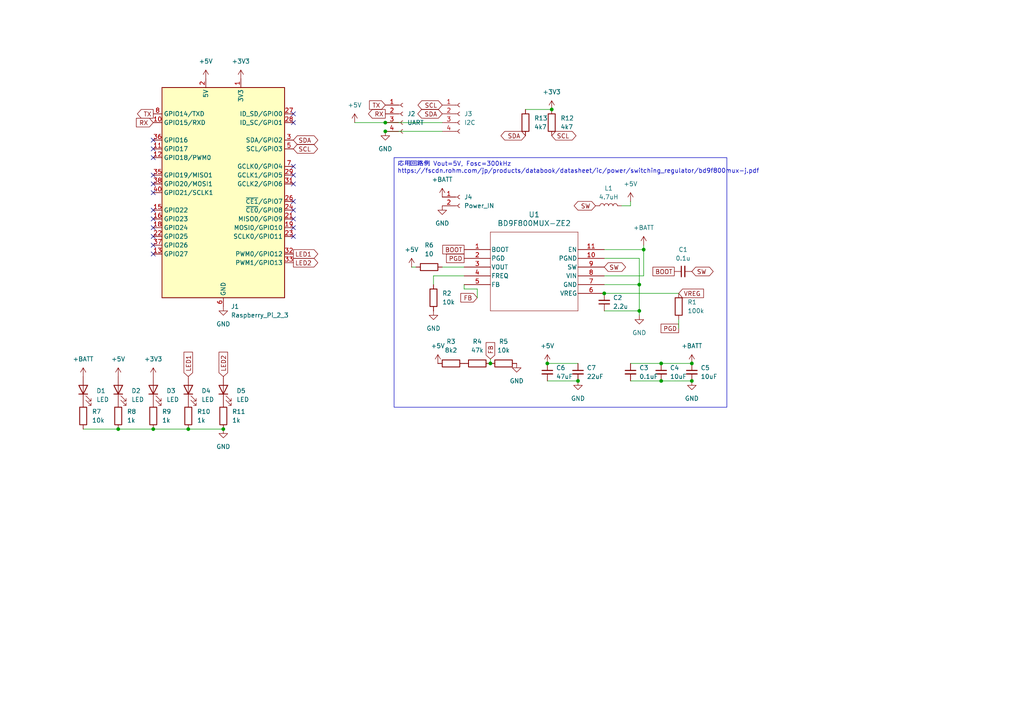
<source format=kicad_sch>
(kicad_sch
	(version 20231120)
	(generator "eeschema")
	(generator_version "8.0")
	(uuid "9b31bb12-b0a4-46c2-8fe3-73cecf9f3124")
	(paper "A4")
	(lib_symbols
		(symbol "Connector:Conn_01x02_Socket"
			(pin_names
				(offset 1.016) hide)
			(exclude_from_sim no)
			(in_bom yes)
			(on_board yes)
			(property "Reference" "J"
				(at 0 2.54 0)
				(effects
					(font
						(size 1.27 1.27)
					)
				)
			)
			(property "Value" "Conn_01x02_Socket"
				(at 0 -5.08 0)
				(effects
					(font
						(size 1.27 1.27)
					)
				)
			)
			(property "Footprint" ""
				(at 0 0 0)
				(effects
					(font
						(size 1.27 1.27)
					)
					(hide yes)
				)
			)
			(property "Datasheet" "~"
				(at 0 0 0)
				(effects
					(font
						(size 1.27 1.27)
					)
					(hide yes)
				)
			)
			(property "Description" "Generic connector, single row, 01x02, script generated"
				(at 0 0 0)
				(effects
					(font
						(size 1.27 1.27)
					)
					(hide yes)
				)
			)
			(property "ki_locked" ""
				(at 0 0 0)
				(effects
					(font
						(size 1.27 1.27)
					)
				)
			)
			(property "ki_keywords" "connector"
				(at 0 0 0)
				(effects
					(font
						(size 1.27 1.27)
					)
					(hide yes)
				)
			)
			(property "ki_fp_filters" "Connector*:*_1x??_*"
				(at 0 0 0)
				(effects
					(font
						(size 1.27 1.27)
					)
					(hide yes)
				)
			)
			(symbol "Conn_01x02_Socket_1_1"
				(arc
					(start 0 -2.032)
					(mid -0.5058 -2.54)
					(end 0 -3.048)
					(stroke
						(width 0.1524)
						(type default)
					)
					(fill
						(type none)
					)
				)
				(polyline
					(pts
						(xy -1.27 -2.54) (xy -0.508 -2.54)
					)
					(stroke
						(width 0.1524)
						(type default)
					)
					(fill
						(type none)
					)
				)
				(polyline
					(pts
						(xy -1.27 0) (xy -0.508 0)
					)
					(stroke
						(width 0.1524)
						(type default)
					)
					(fill
						(type none)
					)
				)
				(arc
					(start 0 0.508)
					(mid -0.5058 0)
					(end 0 -0.508)
					(stroke
						(width 0.1524)
						(type default)
					)
					(fill
						(type none)
					)
				)
				(pin passive line
					(at -5.08 0 0)
					(length 3.81)
					(name "Pin_1"
						(effects
							(font
								(size 1.27 1.27)
							)
						)
					)
					(number "1"
						(effects
							(font
								(size 1.27 1.27)
							)
						)
					)
				)
				(pin passive line
					(at -5.08 -2.54 0)
					(length 3.81)
					(name "Pin_2"
						(effects
							(font
								(size 1.27 1.27)
							)
						)
					)
					(number "2"
						(effects
							(font
								(size 1.27 1.27)
							)
						)
					)
				)
			)
		)
		(symbol "Connector:Conn_01x04_Socket"
			(pin_names
				(offset 1.016) hide)
			(exclude_from_sim no)
			(in_bom yes)
			(on_board yes)
			(property "Reference" "J"
				(at 0 5.08 0)
				(effects
					(font
						(size 1.27 1.27)
					)
				)
			)
			(property "Value" "Conn_01x04_Socket"
				(at 0 -7.62 0)
				(effects
					(font
						(size 1.27 1.27)
					)
				)
			)
			(property "Footprint" ""
				(at 0 0 0)
				(effects
					(font
						(size 1.27 1.27)
					)
					(hide yes)
				)
			)
			(property "Datasheet" "~"
				(at 0 0 0)
				(effects
					(font
						(size 1.27 1.27)
					)
					(hide yes)
				)
			)
			(property "Description" "Generic connector, single row, 01x04, script generated"
				(at 0 0 0)
				(effects
					(font
						(size 1.27 1.27)
					)
					(hide yes)
				)
			)
			(property "ki_locked" ""
				(at 0 0 0)
				(effects
					(font
						(size 1.27 1.27)
					)
				)
			)
			(property "ki_keywords" "connector"
				(at 0 0 0)
				(effects
					(font
						(size 1.27 1.27)
					)
					(hide yes)
				)
			)
			(property "ki_fp_filters" "Connector*:*_1x??_*"
				(at 0 0 0)
				(effects
					(font
						(size 1.27 1.27)
					)
					(hide yes)
				)
			)
			(symbol "Conn_01x04_Socket_1_1"
				(arc
					(start 0 -4.572)
					(mid -0.5058 -5.08)
					(end 0 -5.588)
					(stroke
						(width 0.1524)
						(type default)
					)
					(fill
						(type none)
					)
				)
				(arc
					(start 0 -2.032)
					(mid -0.5058 -2.54)
					(end 0 -3.048)
					(stroke
						(width 0.1524)
						(type default)
					)
					(fill
						(type none)
					)
				)
				(polyline
					(pts
						(xy -1.27 -5.08) (xy -0.508 -5.08)
					)
					(stroke
						(width 0.1524)
						(type default)
					)
					(fill
						(type none)
					)
				)
				(polyline
					(pts
						(xy -1.27 -2.54) (xy -0.508 -2.54)
					)
					(stroke
						(width 0.1524)
						(type default)
					)
					(fill
						(type none)
					)
				)
				(polyline
					(pts
						(xy -1.27 0) (xy -0.508 0)
					)
					(stroke
						(width 0.1524)
						(type default)
					)
					(fill
						(type none)
					)
				)
				(polyline
					(pts
						(xy -1.27 2.54) (xy -0.508 2.54)
					)
					(stroke
						(width 0.1524)
						(type default)
					)
					(fill
						(type none)
					)
				)
				(arc
					(start 0 0.508)
					(mid -0.5058 0)
					(end 0 -0.508)
					(stroke
						(width 0.1524)
						(type default)
					)
					(fill
						(type none)
					)
				)
				(arc
					(start 0 3.048)
					(mid -0.5058 2.54)
					(end 0 2.032)
					(stroke
						(width 0.1524)
						(type default)
					)
					(fill
						(type none)
					)
				)
				(pin passive line
					(at -5.08 2.54 0)
					(length 3.81)
					(name "Pin_1"
						(effects
							(font
								(size 1.27 1.27)
							)
						)
					)
					(number "1"
						(effects
							(font
								(size 1.27 1.27)
							)
						)
					)
				)
				(pin passive line
					(at -5.08 0 0)
					(length 3.81)
					(name "Pin_2"
						(effects
							(font
								(size 1.27 1.27)
							)
						)
					)
					(number "2"
						(effects
							(font
								(size 1.27 1.27)
							)
						)
					)
				)
				(pin passive line
					(at -5.08 -2.54 0)
					(length 3.81)
					(name "Pin_3"
						(effects
							(font
								(size 1.27 1.27)
							)
						)
					)
					(number "3"
						(effects
							(font
								(size 1.27 1.27)
							)
						)
					)
				)
				(pin passive line
					(at -5.08 -5.08 0)
					(length 3.81)
					(name "Pin_4"
						(effects
							(font
								(size 1.27 1.27)
							)
						)
					)
					(number "4"
						(effects
							(font
								(size 1.27 1.27)
							)
						)
					)
				)
			)
		)
		(symbol "Connector:Raspberry_Pi_2_3"
			(exclude_from_sim no)
			(in_bom yes)
			(on_board yes)
			(property "Reference" "J"
				(at -17.78 31.75 0)
				(effects
					(font
						(size 1.27 1.27)
					)
					(justify left bottom)
				)
			)
			(property "Value" "Raspberry_Pi_2_3"
				(at 10.16 -31.75 0)
				(effects
					(font
						(size 1.27 1.27)
					)
					(justify left top)
				)
			)
			(property "Footprint" ""
				(at 0 0 0)
				(effects
					(font
						(size 1.27 1.27)
					)
					(hide yes)
				)
			)
			(property "Datasheet" "https://www.raspberrypi.org/documentation/hardware/raspberrypi/schematics/rpi_SCH_3bplus_1p0_reduced.pdf"
				(at 60.96 -44.45 0)
				(effects
					(font
						(size 1.27 1.27)
					)
					(hide yes)
				)
			)
			(property "Description" "expansion header for Raspberry Pi 2 & 3"
				(at 0 0 0)
				(effects
					(font
						(size 1.27 1.27)
					)
					(hide yes)
				)
			)
			(property "ki_keywords" "raspberrypi gpio"
				(at 0 0 0)
				(effects
					(font
						(size 1.27 1.27)
					)
					(hide yes)
				)
			)
			(property "ki_fp_filters" "PinHeader*2x20*P2.54mm*Vertical* PinSocket*2x20*P2.54mm*Vertical*"
				(at 0 0 0)
				(effects
					(font
						(size 1.27 1.27)
					)
					(hide yes)
				)
			)
			(symbol "Raspberry_Pi_2_3_0_1"
				(rectangle
					(start -17.78 30.48)
					(end 17.78 -30.48)
					(stroke
						(width 0.254)
						(type default)
					)
					(fill
						(type background)
					)
				)
			)
			(symbol "Raspberry_Pi_2_3_1_1"
				(pin power_in line
					(at 5.08 33.02 270)
					(length 2.54)
					(name "3V3"
						(effects
							(font
								(size 1.27 1.27)
							)
						)
					)
					(number "1"
						(effects
							(font
								(size 1.27 1.27)
							)
						)
					)
				)
				(pin bidirectional line
					(at -20.32 20.32 0)
					(length 2.54)
					(name "GPIO15/RXD"
						(effects
							(font
								(size 1.27 1.27)
							)
						)
					)
					(number "10"
						(effects
							(font
								(size 1.27 1.27)
							)
						)
					)
				)
				(pin bidirectional line
					(at -20.32 12.7 0)
					(length 2.54)
					(name "GPIO17"
						(effects
							(font
								(size 1.27 1.27)
							)
						)
					)
					(number "11"
						(effects
							(font
								(size 1.27 1.27)
							)
						)
					)
				)
				(pin bidirectional line
					(at -20.32 10.16 0)
					(length 2.54)
					(name "GPIO18/PWM0"
						(effects
							(font
								(size 1.27 1.27)
							)
						)
					)
					(number "12"
						(effects
							(font
								(size 1.27 1.27)
							)
						)
					)
				)
				(pin bidirectional line
					(at -20.32 -17.78 0)
					(length 2.54)
					(name "GPIO27"
						(effects
							(font
								(size 1.27 1.27)
							)
						)
					)
					(number "13"
						(effects
							(font
								(size 1.27 1.27)
							)
						)
					)
				)
				(pin passive line
					(at 0 -33.02 90)
					(length 2.54) hide
					(name "GND"
						(effects
							(font
								(size 1.27 1.27)
							)
						)
					)
					(number "14"
						(effects
							(font
								(size 1.27 1.27)
							)
						)
					)
				)
				(pin bidirectional line
					(at -20.32 -5.08 0)
					(length 2.54)
					(name "GPIO22"
						(effects
							(font
								(size 1.27 1.27)
							)
						)
					)
					(number "15"
						(effects
							(font
								(size 1.27 1.27)
							)
						)
					)
				)
				(pin bidirectional line
					(at -20.32 -7.62 0)
					(length 2.54)
					(name "GPIO23"
						(effects
							(font
								(size 1.27 1.27)
							)
						)
					)
					(number "16"
						(effects
							(font
								(size 1.27 1.27)
							)
						)
					)
				)
				(pin passive line
					(at 5.08 33.02 270)
					(length 2.54) hide
					(name "3V3"
						(effects
							(font
								(size 1.27 1.27)
							)
						)
					)
					(number "17"
						(effects
							(font
								(size 1.27 1.27)
							)
						)
					)
				)
				(pin bidirectional line
					(at -20.32 -10.16 0)
					(length 2.54)
					(name "GPIO24"
						(effects
							(font
								(size 1.27 1.27)
							)
						)
					)
					(number "18"
						(effects
							(font
								(size 1.27 1.27)
							)
						)
					)
				)
				(pin bidirectional line
					(at 20.32 -10.16 180)
					(length 2.54)
					(name "MOSI0/GPIO10"
						(effects
							(font
								(size 1.27 1.27)
							)
						)
					)
					(number "19"
						(effects
							(font
								(size 1.27 1.27)
							)
						)
					)
				)
				(pin power_in line
					(at -5.08 33.02 270)
					(length 2.54)
					(name "5V"
						(effects
							(font
								(size 1.27 1.27)
							)
						)
					)
					(number "2"
						(effects
							(font
								(size 1.27 1.27)
							)
						)
					)
				)
				(pin passive line
					(at 0 -33.02 90)
					(length 2.54) hide
					(name "GND"
						(effects
							(font
								(size 1.27 1.27)
							)
						)
					)
					(number "20"
						(effects
							(font
								(size 1.27 1.27)
							)
						)
					)
				)
				(pin bidirectional line
					(at 20.32 -7.62 180)
					(length 2.54)
					(name "MISO0/GPIO9"
						(effects
							(font
								(size 1.27 1.27)
							)
						)
					)
					(number "21"
						(effects
							(font
								(size 1.27 1.27)
							)
						)
					)
				)
				(pin bidirectional line
					(at -20.32 -12.7 0)
					(length 2.54)
					(name "GPIO25"
						(effects
							(font
								(size 1.27 1.27)
							)
						)
					)
					(number "22"
						(effects
							(font
								(size 1.27 1.27)
							)
						)
					)
				)
				(pin bidirectional line
					(at 20.32 -12.7 180)
					(length 2.54)
					(name "SCLK0/GPIO11"
						(effects
							(font
								(size 1.27 1.27)
							)
						)
					)
					(number "23"
						(effects
							(font
								(size 1.27 1.27)
							)
						)
					)
				)
				(pin bidirectional line
					(at 20.32 -5.08 180)
					(length 2.54)
					(name "~{CE0}/GPIO8"
						(effects
							(font
								(size 1.27 1.27)
							)
						)
					)
					(number "24"
						(effects
							(font
								(size 1.27 1.27)
							)
						)
					)
				)
				(pin passive line
					(at 0 -33.02 90)
					(length 2.54) hide
					(name "GND"
						(effects
							(font
								(size 1.27 1.27)
							)
						)
					)
					(number "25"
						(effects
							(font
								(size 1.27 1.27)
							)
						)
					)
				)
				(pin bidirectional line
					(at 20.32 -2.54 180)
					(length 2.54)
					(name "~{CE1}/GPIO7"
						(effects
							(font
								(size 1.27 1.27)
							)
						)
					)
					(number "26"
						(effects
							(font
								(size 1.27 1.27)
							)
						)
					)
				)
				(pin bidirectional line
					(at 20.32 22.86 180)
					(length 2.54)
					(name "ID_SD/GPIO0"
						(effects
							(font
								(size 1.27 1.27)
							)
						)
					)
					(number "27"
						(effects
							(font
								(size 1.27 1.27)
							)
						)
					)
				)
				(pin bidirectional line
					(at 20.32 20.32 180)
					(length 2.54)
					(name "ID_SC/GPIO1"
						(effects
							(font
								(size 1.27 1.27)
							)
						)
					)
					(number "28"
						(effects
							(font
								(size 1.27 1.27)
							)
						)
					)
				)
				(pin bidirectional line
					(at 20.32 5.08 180)
					(length 2.54)
					(name "GCLK1/GPIO5"
						(effects
							(font
								(size 1.27 1.27)
							)
						)
					)
					(number "29"
						(effects
							(font
								(size 1.27 1.27)
							)
						)
					)
				)
				(pin bidirectional line
					(at 20.32 15.24 180)
					(length 2.54)
					(name "SDA/GPIO2"
						(effects
							(font
								(size 1.27 1.27)
							)
						)
					)
					(number "3"
						(effects
							(font
								(size 1.27 1.27)
							)
						)
					)
				)
				(pin passive line
					(at 0 -33.02 90)
					(length 2.54) hide
					(name "GND"
						(effects
							(font
								(size 1.27 1.27)
							)
						)
					)
					(number "30"
						(effects
							(font
								(size 1.27 1.27)
							)
						)
					)
				)
				(pin bidirectional line
					(at 20.32 2.54 180)
					(length 2.54)
					(name "GCLK2/GPIO6"
						(effects
							(font
								(size 1.27 1.27)
							)
						)
					)
					(number "31"
						(effects
							(font
								(size 1.27 1.27)
							)
						)
					)
				)
				(pin bidirectional line
					(at 20.32 -17.78 180)
					(length 2.54)
					(name "PWM0/GPIO12"
						(effects
							(font
								(size 1.27 1.27)
							)
						)
					)
					(number "32"
						(effects
							(font
								(size 1.27 1.27)
							)
						)
					)
				)
				(pin bidirectional line
					(at 20.32 -20.32 180)
					(length 2.54)
					(name "PWM1/GPIO13"
						(effects
							(font
								(size 1.27 1.27)
							)
						)
					)
					(number "33"
						(effects
							(font
								(size 1.27 1.27)
							)
						)
					)
				)
				(pin passive line
					(at 0 -33.02 90)
					(length 2.54) hide
					(name "GND"
						(effects
							(font
								(size 1.27 1.27)
							)
						)
					)
					(number "34"
						(effects
							(font
								(size 1.27 1.27)
							)
						)
					)
				)
				(pin bidirectional line
					(at -20.32 5.08 0)
					(length 2.54)
					(name "GPIO19/MISO1"
						(effects
							(font
								(size 1.27 1.27)
							)
						)
					)
					(number "35"
						(effects
							(font
								(size 1.27 1.27)
							)
						)
					)
				)
				(pin bidirectional line
					(at -20.32 15.24 0)
					(length 2.54)
					(name "GPIO16"
						(effects
							(font
								(size 1.27 1.27)
							)
						)
					)
					(number "36"
						(effects
							(font
								(size 1.27 1.27)
							)
						)
					)
				)
				(pin bidirectional line
					(at -20.32 -15.24 0)
					(length 2.54)
					(name "GPIO26"
						(effects
							(font
								(size 1.27 1.27)
							)
						)
					)
					(number "37"
						(effects
							(font
								(size 1.27 1.27)
							)
						)
					)
				)
				(pin bidirectional line
					(at -20.32 2.54 0)
					(length 2.54)
					(name "GPIO20/MOSI1"
						(effects
							(font
								(size 1.27 1.27)
							)
						)
					)
					(number "38"
						(effects
							(font
								(size 1.27 1.27)
							)
						)
					)
				)
				(pin passive line
					(at 0 -33.02 90)
					(length 2.54) hide
					(name "GND"
						(effects
							(font
								(size 1.27 1.27)
							)
						)
					)
					(number "39"
						(effects
							(font
								(size 1.27 1.27)
							)
						)
					)
				)
				(pin passive line
					(at -5.08 33.02 270)
					(length 2.54) hide
					(name "5V"
						(effects
							(font
								(size 1.27 1.27)
							)
						)
					)
					(number "4"
						(effects
							(font
								(size 1.27 1.27)
							)
						)
					)
				)
				(pin bidirectional line
					(at -20.32 0 0)
					(length 2.54)
					(name "GPIO21/SCLK1"
						(effects
							(font
								(size 1.27 1.27)
							)
						)
					)
					(number "40"
						(effects
							(font
								(size 1.27 1.27)
							)
						)
					)
				)
				(pin bidirectional line
					(at 20.32 12.7 180)
					(length 2.54)
					(name "SCL/GPIO3"
						(effects
							(font
								(size 1.27 1.27)
							)
						)
					)
					(number "5"
						(effects
							(font
								(size 1.27 1.27)
							)
						)
					)
				)
				(pin power_in line
					(at 0 -33.02 90)
					(length 2.54)
					(name "GND"
						(effects
							(font
								(size 1.27 1.27)
							)
						)
					)
					(number "6"
						(effects
							(font
								(size 1.27 1.27)
							)
						)
					)
				)
				(pin bidirectional line
					(at 20.32 7.62 180)
					(length 2.54)
					(name "GCLK0/GPIO4"
						(effects
							(font
								(size 1.27 1.27)
							)
						)
					)
					(number "7"
						(effects
							(font
								(size 1.27 1.27)
							)
						)
					)
				)
				(pin bidirectional line
					(at -20.32 22.86 0)
					(length 2.54)
					(name "GPIO14/TXD"
						(effects
							(font
								(size 1.27 1.27)
							)
						)
					)
					(number "8"
						(effects
							(font
								(size 1.27 1.27)
							)
						)
					)
				)
				(pin passive line
					(at 0 -33.02 90)
					(length 2.54) hide
					(name "GND"
						(effects
							(font
								(size 1.27 1.27)
							)
						)
					)
					(number "9"
						(effects
							(font
								(size 1.27 1.27)
							)
						)
					)
				)
			)
		)
		(symbol "Device:C_Small"
			(pin_numbers hide)
			(pin_names
				(offset 0.254) hide)
			(exclude_from_sim no)
			(in_bom yes)
			(on_board yes)
			(property "Reference" "C"
				(at 0.254 1.778 0)
				(effects
					(font
						(size 1.27 1.27)
					)
					(justify left)
				)
			)
			(property "Value" "C_Small"
				(at 0.254 -2.032 0)
				(effects
					(font
						(size 1.27 1.27)
					)
					(justify left)
				)
			)
			(property "Footprint" ""
				(at 0 0 0)
				(effects
					(font
						(size 1.27 1.27)
					)
					(hide yes)
				)
			)
			(property "Datasheet" "~"
				(at 0 0 0)
				(effects
					(font
						(size 1.27 1.27)
					)
					(hide yes)
				)
			)
			(property "Description" "Unpolarized capacitor, small symbol"
				(at 0 0 0)
				(effects
					(font
						(size 1.27 1.27)
					)
					(hide yes)
				)
			)
			(property "ki_keywords" "capacitor cap"
				(at 0 0 0)
				(effects
					(font
						(size 1.27 1.27)
					)
					(hide yes)
				)
			)
			(property "ki_fp_filters" "C_*"
				(at 0 0 0)
				(effects
					(font
						(size 1.27 1.27)
					)
					(hide yes)
				)
			)
			(symbol "C_Small_0_1"
				(polyline
					(pts
						(xy -1.524 -0.508) (xy 1.524 -0.508)
					)
					(stroke
						(width 0.3302)
						(type default)
					)
					(fill
						(type none)
					)
				)
				(polyline
					(pts
						(xy -1.524 0.508) (xy 1.524 0.508)
					)
					(stroke
						(width 0.3048)
						(type default)
					)
					(fill
						(type none)
					)
				)
			)
			(symbol "C_Small_1_1"
				(pin passive line
					(at 0 2.54 270)
					(length 2.032)
					(name "~"
						(effects
							(font
								(size 1.27 1.27)
							)
						)
					)
					(number "1"
						(effects
							(font
								(size 1.27 1.27)
							)
						)
					)
				)
				(pin passive line
					(at 0 -2.54 90)
					(length 2.032)
					(name "~"
						(effects
							(font
								(size 1.27 1.27)
							)
						)
					)
					(number "2"
						(effects
							(font
								(size 1.27 1.27)
							)
						)
					)
				)
			)
		)
		(symbol "Device:L"
			(pin_numbers hide)
			(pin_names
				(offset 1.016) hide)
			(exclude_from_sim no)
			(in_bom yes)
			(on_board yes)
			(property "Reference" "L"
				(at -1.27 0 90)
				(effects
					(font
						(size 1.27 1.27)
					)
				)
			)
			(property "Value" "L"
				(at 1.905 0 90)
				(effects
					(font
						(size 1.27 1.27)
					)
				)
			)
			(property "Footprint" ""
				(at 0 0 0)
				(effects
					(font
						(size 1.27 1.27)
					)
					(hide yes)
				)
			)
			(property "Datasheet" "~"
				(at 0 0 0)
				(effects
					(font
						(size 1.27 1.27)
					)
					(hide yes)
				)
			)
			(property "Description" "Inductor"
				(at 0 0 0)
				(effects
					(font
						(size 1.27 1.27)
					)
					(hide yes)
				)
			)
			(property "ki_keywords" "inductor choke coil reactor magnetic"
				(at 0 0 0)
				(effects
					(font
						(size 1.27 1.27)
					)
					(hide yes)
				)
			)
			(property "ki_fp_filters" "Choke_* *Coil* Inductor_* L_*"
				(at 0 0 0)
				(effects
					(font
						(size 1.27 1.27)
					)
					(hide yes)
				)
			)
			(symbol "L_0_1"
				(arc
					(start 0 -2.54)
					(mid 0.6323 -1.905)
					(end 0 -1.27)
					(stroke
						(width 0)
						(type default)
					)
					(fill
						(type none)
					)
				)
				(arc
					(start 0 -1.27)
					(mid 0.6323 -0.635)
					(end 0 0)
					(stroke
						(width 0)
						(type default)
					)
					(fill
						(type none)
					)
				)
				(arc
					(start 0 0)
					(mid 0.6323 0.635)
					(end 0 1.27)
					(stroke
						(width 0)
						(type default)
					)
					(fill
						(type none)
					)
				)
				(arc
					(start 0 1.27)
					(mid 0.6323 1.905)
					(end 0 2.54)
					(stroke
						(width 0)
						(type default)
					)
					(fill
						(type none)
					)
				)
			)
			(symbol "L_1_1"
				(pin passive line
					(at 0 3.81 270)
					(length 1.27)
					(name "1"
						(effects
							(font
								(size 1.27 1.27)
							)
						)
					)
					(number "1"
						(effects
							(font
								(size 1.27 1.27)
							)
						)
					)
				)
				(pin passive line
					(at 0 -3.81 90)
					(length 1.27)
					(name "2"
						(effects
							(font
								(size 1.27 1.27)
							)
						)
					)
					(number "2"
						(effects
							(font
								(size 1.27 1.27)
							)
						)
					)
				)
			)
		)
		(symbol "Device:LED"
			(pin_numbers hide)
			(pin_names
				(offset 1.016) hide)
			(exclude_from_sim no)
			(in_bom yes)
			(on_board yes)
			(property "Reference" "D"
				(at 0 2.54 0)
				(effects
					(font
						(size 1.27 1.27)
					)
				)
			)
			(property "Value" "LED"
				(at 0 -2.54 0)
				(effects
					(font
						(size 1.27 1.27)
					)
				)
			)
			(property "Footprint" ""
				(at 0 0 0)
				(effects
					(font
						(size 1.27 1.27)
					)
					(hide yes)
				)
			)
			(property "Datasheet" "~"
				(at 0 0 0)
				(effects
					(font
						(size 1.27 1.27)
					)
					(hide yes)
				)
			)
			(property "Description" "Light emitting diode"
				(at 0 0 0)
				(effects
					(font
						(size 1.27 1.27)
					)
					(hide yes)
				)
			)
			(property "ki_keywords" "LED diode"
				(at 0 0 0)
				(effects
					(font
						(size 1.27 1.27)
					)
					(hide yes)
				)
			)
			(property "ki_fp_filters" "LED* LED_SMD:* LED_THT:*"
				(at 0 0 0)
				(effects
					(font
						(size 1.27 1.27)
					)
					(hide yes)
				)
			)
			(symbol "LED_0_1"
				(polyline
					(pts
						(xy -1.27 -1.27) (xy -1.27 1.27)
					)
					(stroke
						(width 0.254)
						(type default)
					)
					(fill
						(type none)
					)
				)
				(polyline
					(pts
						(xy -1.27 0) (xy 1.27 0)
					)
					(stroke
						(width 0)
						(type default)
					)
					(fill
						(type none)
					)
				)
				(polyline
					(pts
						(xy 1.27 -1.27) (xy 1.27 1.27) (xy -1.27 0) (xy 1.27 -1.27)
					)
					(stroke
						(width 0.254)
						(type default)
					)
					(fill
						(type none)
					)
				)
				(polyline
					(pts
						(xy -3.048 -0.762) (xy -4.572 -2.286) (xy -3.81 -2.286) (xy -4.572 -2.286) (xy -4.572 -1.524)
					)
					(stroke
						(width 0)
						(type default)
					)
					(fill
						(type none)
					)
				)
				(polyline
					(pts
						(xy -1.778 -0.762) (xy -3.302 -2.286) (xy -2.54 -2.286) (xy -3.302 -2.286) (xy -3.302 -1.524)
					)
					(stroke
						(width 0)
						(type default)
					)
					(fill
						(type none)
					)
				)
			)
			(symbol "LED_1_1"
				(pin passive line
					(at -3.81 0 0)
					(length 2.54)
					(name "K"
						(effects
							(font
								(size 1.27 1.27)
							)
						)
					)
					(number "1"
						(effects
							(font
								(size 1.27 1.27)
							)
						)
					)
				)
				(pin passive line
					(at 3.81 0 180)
					(length 2.54)
					(name "A"
						(effects
							(font
								(size 1.27 1.27)
							)
						)
					)
					(number "2"
						(effects
							(font
								(size 1.27 1.27)
							)
						)
					)
				)
			)
		)
		(symbol "Device:R"
			(pin_numbers hide)
			(pin_names
				(offset 0)
			)
			(exclude_from_sim no)
			(in_bom yes)
			(on_board yes)
			(property "Reference" "R"
				(at 2.032 0 90)
				(effects
					(font
						(size 1.27 1.27)
					)
				)
			)
			(property "Value" "R"
				(at 0 0 90)
				(effects
					(font
						(size 1.27 1.27)
					)
				)
			)
			(property "Footprint" ""
				(at -1.778 0 90)
				(effects
					(font
						(size 1.27 1.27)
					)
					(hide yes)
				)
			)
			(property "Datasheet" "~"
				(at 0 0 0)
				(effects
					(font
						(size 1.27 1.27)
					)
					(hide yes)
				)
			)
			(property "Description" "Resistor"
				(at 0 0 0)
				(effects
					(font
						(size 1.27 1.27)
					)
					(hide yes)
				)
			)
			(property "ki_keywords" "R res resistor"
				(at 0 0 0)
				(effects
					(font
						(size 1.27 1.27)
					)
					(hide yes)
				)
			)
			(property "ki_fp_filters" "R_*"
				(at 0 0 0)
				(effects
					(font
						(size 1.27 1.27)
					)
					(hide yes)
				)
			)
			(symbol "R_0_1"
				(rectangle
					(start -1.016 -2.54)
					(end 1.016 2.54)
					(stroke
						(width 0.254)
						(type default)
					)
					(fill
						(type none)
					)
				)
			)
			(symbol "R_1_1"
				(pin passive line
					(at 0 3.81 270)
					(length 1.27)
					(name "~"
						(effects
							(font
								(size 1.27 1.27)
							)
						)
					)
					(number "1"
						(effects
							(font
								(size 1.27 1.27)
							)
						)
					)
				)
				(pin passive line
					(at 0 -3.81 90)
					(length 1.27)
					(name "~"
						(effects
							(font
								(size 1.27 1.27)
							)
						)
					)
					(number "2"
						(effects
							(font
								(size 1.27 1.27)
							)
						)
					)
				)
			)
		)
		(symbol "VQFN11_ROM:BD9F800MUX-ZE2"
			(pin_names
				(offset 0.254)
			)
			(exclude_from_sim no)
			(in_bom yes)
			(on_board yes)
			(property "Reference" "U"
				(at 20.32 10.16 0)
				(effects
					(font
						(size 1.524 1.524)
					)
				)
			)
			(property "Value" "BD9F800MUX-ZE2"
				(at 20.32 7.62 0)
				(effects
					(font
						(size 1.524 1.524)
					)
				)
			)
			(property "Footprint" "VQFN11_ROM"
				(at 0 0 0)
				(effects
					(font
						(size 1.27 1.27)
						(italic yes)
					)
					(hide yes)
				)
			)
			(property "Datasheet" "BD9F800MUX-ZE2"
				(at 0 0 0)
				(effects
					(font
						(size 1.27 1.27)
						(italic yes)
					)
					(hide yes)
				)
			)
			(property "Description" ""
				(at 0 0 0)
				(effects
					(font
						(size 1.27 1.27)
					)
					(hide yes)
				)
			)
			(property "ki_locked" ""
				(at 0 0 0)
				(effects
					(font
						(size 1.27 1.27)
					)
				)
			)
			(property "ki_keywords" "BD9F800MUX-ZE2"
				(at 0 0 0)
				(effects
					(font
						(size 1.27 1.27)
					)
					(hide yes)
				)
			)
			(property "ki_fp_filters" "VQFN11_ROM"
				(at 0 0 0)
				(effects
					(font
						(size 1.27 1.27)
					)
					(hide yes)
				)
			)
			(symbol "BD9F800MUX-ZE2_0_1"
				(polyline
					(pts
						(xy 7.62 -17.78) (xy 33.02 -17.78)
					)
					(stroke
						(width 0.127)
						(type default)
					)
					(fill
						(type none)
					)
				)
				(polyline
					(pts
						(xy 7.62 5.08) (xy 7.62 -17.78)
					)
					(stroke
						(width 0.127)
						(type default)
					)
					(fill
						(type none)
					)
				)
				(polyline
					(pts
						(xy 33.02 -17.78) (xy 33.02 5.08)
					)
					(stroke
						(width 0.127)
						(type default)
					)
					(fill
						(type none)
					)
				)
				(polyline
					(pts
						(xy 33.02 5.08) (xy 7.62 5.08)
					)
					(stroke
						(width 0.127)
						(type default)
					)
					(fill
						(type none)
					)
				)
				(pin unspecified line
					(at 0 0 0)
					(length 7.62)
					(name "BOOT"
						(effects
							(font
								(size 1.27 1.27)
							)
						)
					)
					(number "1"
						(effects
							(font
								(size 1.27 1.27)
							)
						)
					)
				)
				(pin power_out line
					(at 40.64 -2.54 180)
					(length 7.62)
					(name "PGND"
						(effects
							(font
								(size 1.27 1.27)
							)
						)
					)
					(number "10"
						(effects
							(font
								(size 1.27 1.27)
							)
						)
					)
				)
				(pin input line
					(at 40.64 0 180)
					(length 7.62)
					(name "EN"
						(effects
							(font
								(size 1.27 1.27)
							)
						)
					)
					(number "11"
						(effects
							(font
								(size 1.27 1.27)
							)
						)
					)
				)
				(pin unspecified line
					(at 0 -2.54 0)
					(length 7.62)
					(name "PGD"
						(effects
							(font
								(size 1.27 1.27)
							)
						)
					)
					(number "2"
						(effects
							(font
								(size 1.27 1.27)
							)
						)
					)
				)
				(pin output line
					(at 0 -5.08 0)
					(length 7.62)
					(name "VOUT"
						(effects
							(font
								(size 1.27 1.27)
							)
						)
					)
					(number "3"
						(effects
							(font
								(size 1.27 1.27)
							)
						)
					)
				)
				(pin unspecified line
					(at 0 -7.62 0)
					(length 7.62)
					(name "FREQ"
						(effects
							(font
								(size 1.27 1.27)
							)
						)
					)
					(number "4"
						(effects
							(font
								(size 1.27 1.27)
							)
						)
					)
				)
				(pin input line
					(at 0 -10.16 0)
					(length 7.62)
					(name "FB"
						(effects
							(font
								(size 1.27 1.27)
							)
						)
					)
					(number "5"
						(effects
							(font
								(size 1.27 1.27)
							)
						)
					)
				)
				(pin power_in line
					(at 40.64 -12.7 180)
					(length 7.62)
					(name "VREG"
						(effects
							(font
								(size 1.27 1.27)
							)
						)
					)
					(number "6"
						(effects
							(font
								(size 1.27 1.27)
							)
						)
					)
				)
				(pin power_out line
					(at 40.64 -10.16 180)
					(length 7.62)
					(name "GND"
						(effects
							(font
								(size 1.27 1.27)
							)
						)
					)
					(number "7"
						(effects
							(font
								(size 1.27 1.27)
							)
						)
					)
				)
				(pin input line
					(at 40.64 -7.62 180)
					(length 7.62)
					(name "VIN"
						(effects
							(font
								(size 1.27 1.27)
							)
						)
					)
					(number "8"
						(effects
							(font
								(size 1.27 1.27)
							)
						)
					)
				)
				(pin bidirectional line
					(at 40.64 -5.08 180)
					(length 7.62)
					(name "SW"
						(effects
							(font
								(size 1.27 1.27)
							)
						)
					)
					(number "9"
						(effects
							(font
								(size 1.27 1.27)
							)
						)
					)
				)
			)
		)
		(symbol "power:+3V3"
			(power)
			(pin_numbers hide)
			(pin_names
				(offset 0) hide)
			(exclude_from_sim no)
			(in_bom yes)
			(on_board yes)
			(property "Reference" "#PWR"
				(at 0 -3.81 0)
				(effects
					(font
						(size 1.27 1.27)
					)
					(hide yes)
				)
			)
			(property "Value" "+3V3"
				(at 0 3.556 0)
				(effects
					(font
						(size 1.27 1.27)
					)
				)
			)
			(property "Footprint" ""
				(at 0 0 0)
				(effects
					(font
						(size 1.27 1.27)
					)
					(hide yes)
				)
			)
			(property "Datasheet" ""
				(at 0 0 0)
				(effects
					(font
						(size 1.27 1.27)
					)
					(hide yes)
				)
			)
			(property "Description" "Power symbol creates a global label with name \"+3V3\""
				(at 0 0 0)
				(effects
					(font
						(size 1.27 1.27)
					)
					(hide yes)
				)
			)
			(property "ki_keywords" "global power"
				(at 0 0 0)
				(effects
					(font
						(size 1.27 1.27)
					)
					(hide yes)
				)
			)
			(symbol "+3V3_0_1"
				(polyline
					(pts
						(xy -0.762 1.27) (xy 0 2.54)
					)
					(stroke
						(width 0)
						(type default)
					)
					(fill
						(type none)
					)
				)
				(polyline
					(pts
						(xy 0 0) (xy 0 2.54)
					)
					(stroke
						(width 0)
						(type default)
					)
					(fill
						(type none)
					)
				)
				(polyline
					(pts
						(xy 0 2.54) (xy 0.762 1.27)
					)
					(stroke
						(width 0)
						(type default)
					)
					(fill
						(type none)
					)
				)
			)
			(symbol "+3V3_1_1"
				(pin power_in line
					(at 0 0 90)
					(length 0)
					(name "~"
						(effects
							(font
								(size 1.27 1.27)
							)
						)
					)
					(number "1"
						(effects
							(font
								(size 1.27 1.27)
							)
						)
					)
				)
			)
		)
		(symbol "power:+5V"
			(power)
			(pin_numbers hide)
			(pin_names
				(offset 0) hide)
			(exclude_from_sim no)
			(in_bom yes)
			(on_board yes)
			(property "Reference" "#PWR"
				(at 0 -3.81 0)
				(effects
					(font
						(size 1.27 1.27)
					)
					(hide yes)
				)
			)
			(property "Value" "+5V"
				(at 0 3.556 0)
				(effects
					(font
						(size 1.27 1.27)
					)
				)
			)
			(property "Footprint" ""
				(at 0 0 0)
				(effects
					(font
						(size 1.27 1.27)
					)
					(hide yes)
				)
			)
			(property "Datasheet" ""
				(at 0 0 0)
				(effects
					(font
						(size 1.27 1.27)
					)
					(hide yes)
				)
			)
			(property "Description" "Power symbol creates a global label with name \"+5V\""
				(at 0 0 0)
				(effects
					(font
						(size 1.27 1.27)
					)
					(hide yes)
				)
			)
			(property "ki_keywords" "global power"
				(at 0 0 0)
				(effects
					(font
						(size 1.27 1.27)
					)
					(hide yes)
				)
			)
			(symbol "+5V_0_1"
				(polyline
					(pts
						(xy -0.762 1.27) (xy 0 2.54)
					)
					(stroke
						(width 0)
						(type default)
					)
					(fill
						(type none)
					)
				)
				(polyline
					(pts
						(xy 0 0) (xy 0 2.54)
					)
					(stroke
						(width 0)
						(type default)
					)
					(fill
						(type none)
					)
				)
				(polyline
					(pts
						(xy 0 2.54) (xy 0.762 1.27)
					)
					(stroke
						(width 0)
						(type default)
					)
					(fill
						(type none)
					)
				)
			)
			(symbol "+5V_1_1"
				(pin power_in line
					(at 0 0 90)
					(length 0)
					(name "~"
						(effects
							(font
								(size 1.27 1.27)
							)
						)
					)
					(number "1"
						(effects
							(font
								(size 1.27 1.27)
							)
						)
					)
				)
			)
		)
		(symbol "power:+BATT"
			(power)
			(pin_numbers hide)
			(pin_names
				(offset 0) hide)
			(exclude_from_sim no)
			(in_bom yes)
			(on_board yes)
			(property "Reference" "#PWR"
				(at 0 -3.81 0)
				(effects
					(font
						(size 1.27 1.27)
					)
					(hide yes)
				)
			)
			(property "Value" "+BATT"
				(at 0 3.556 0)
				(effects
					(font
						(size 1.27 1.27)
					)
				)
			)
			(property "Footprint" ""
				(at 0 0 0)
				(effects
					(font
						(size 1.27 1.27)
					)
					(hide yes)
				)
			)
			(property "Datasheet" ""
				(at 0 0 0)
				(effects
					(font
						(size 1.27 1.27)
					)
					(hide yes)
				)
			)
			(property "Description" "Power symbol creates a global label with name \"+BATT\""
				(at 0 0 0)
				(effects
					(font
						(size 1.27 1.27)
					)
					(hide yes)
				)
			)
			(property "ki_keywords" "global power battery"
				(at 0 0 0)
				(effects
					(font
						(size 1.27 1.27)
					)
					(hide yes)
				)
			)
			(symbol "+BATT_0_1"
				(polyline
					(pts
						(xy -0.762 1.27) (xy 0 2.54)
					)
					(stroke
						(width 0)
						(type default)
					)
					(fill
						(type none)
					)
				)
				(polyline
					(pts
						(xy 0 0) (xy 0 2.54)
					)
					(stroke
						(width 0)
						(type default)
					)
					(fill
						(type none)
					)
				)
				(polyline
					(pts
						(xy 0 2.54) (xy 0.762 1.27)
					)
					(stroke
						(width 0)
						(type default)
					)
					(fill
						(type none)
					)
				)
			)
			(symbol "+BATT_1_1"
				(pin power_in line
					(at 0 0 90)
					(length 0)
					(name "~"
						(effects
							(font
								(size 1.27 1.27)
							)
						)
					)
					(number "1"
						(effects
							(font
								(size 1.27 1.27)
							)
						)
					)
				)
			)
		)
		(symbol "power:GND"
			(power)
			(pin_numbers hide)
			(pin_names
				(offset 0) hide)
			(exclude_from_sim no)
			(in_bom yes)
			(on_board yes)
			(property "Reference" "#PWR"
				(at 0 -6.35 0)
				(effects
					(font
						(size 1.27 1.27)
					)
					(hide yes)
				)
			)
			(property "Value" "GND"
				(at 0 -3.81 0)
				(effects
					(font
						(size 1.27 1.27)
					)
				)
			)
			(property "Footprint" ""
				(at 0 0 0)
				(effects
					(font
						(size 1.27 1.27)
					)
					(hide yes)
				)
			)
			(property "Datasheet" ""
				(at 0 0 0)
				(effects
					(font
						(size 1.27 1.27)
					)
					(hide yes)
				)
			)
			(property "Description" "Power symbol creates a global label with name \"GND\" , ground"
				(at 0 0 0)
				(effects
					(font
						(size 1.27 1.27)
					)
					(hide yes)
				)
			)
			(property "ki_keywords" "global power"
				(at 0 0 0)
				(effects
					(font
						(size 1.27 1.27)
					)
					(hide yes)
				)
			)
			(symbol "GND_0_1"
				(polyline
					(pts
						(xy 0 0) (xy 0 -1.27) (xy 1.27 -1.27) (xy 0 -2.54) (xy -1.27 -1.27) (xy 0 -1.27)
					)
					(stroke
						(width 0)
						(type default)
					)
					(fill
						(type none)
					)
				)
			)
			(symbol "GND_1_1"
				(pin power_in line
					(at 0 0 270)
					(length 0)
					(name "~"
						(effects
							(font
								(size 1.27 1.27)
							)
						)
					)
					(number "1"
						(effects
							(font
								(size 1.27 1.27)
							)
						)
					)
				)
			)
		)
	)
	(junction
		(at 200.66 110.49)
		(diameter 0)
		(color 0 0 0 0)
		(uuid "015d36a2-9f3d-4dbb-9aca-fc889e109e04")
	)
	(junction
		(at 186.69 72.39)
		(diameter 0)
		(color 0 0 0 0)
		(uuid "0249c7b7-879b-47f2-a9f5-161abb8cc74b")
	)
	(junction
		(at 158.75 105.41)
		(diameter 0)
		(color 0 0 0 0)
		(uuid "0327f0de-5172-4223-999a-59b476e2b1cf")
	)
	(junction
		(at 185.42 82.55)
		(diameter 0)
		(color 0 0 0 0)
		(uuid "14362347-9988-408a-8840-fd44d9fc7c63")
	)
	(junction
		(at 111.76 35.56)
		(diameter 0)
		(color 0 0 0 0)
		(uuid "1b450571-d374-488b-b5b3-e3beacdfb192")
	)
	(junction
		(at 167.64 110.49)
		(diameter 0)
		(color 0 0 0 0)
		(uuid "20b06c09-d96f-40f9-8419-1a0ad93fda6d")
	)
	(junction
		(at 185.42 90.17)
		(diameter 0)
		(color 0 0 0 0)
		(uuid "2c6ed5cc-933b-44b2-8b13-3a9c9e8d4492")
	)
	(junction
		(at 191.77 110.49)
		(diameter 0)
		(color 0 0 0 0)
		(uuid "3fb56314-cb5f-4740-87d7-1720716c2c7a")
	)
	(junction
		(at 54.61 124.46)
		(diameter 0)
		(color 0 0 0 0)
		(uuid "5f3d2d7e-32d2-4821-90a4-1636a6673394")
	)
	(junction
		(at 111.76 38.1)
		(diameter 0)
		(color 0 0 0 0)
		(uuid "6c724402-ff53-447d-883e-61a46ba5129b")
	)
	(junction
		(at 64.77 124.46)
		(diameter 0)
		(color 0 0 0 0)
		(uuid "7f2b5148-d529-4a31-b714-ea531001c88a")
	)
	(junction
		(at 44.45 124.46)
		(diameter 0)
		(color 0 0 0 0)
		(uuid "8194c14d-96c8-40dc-ae24-0fc963f6564c")
	)
	(junction
		(at 175.26 85.09)
		(diameter 0)
		(color 0 0 0 0)
		(uuid "933c82fa-9707-4d87-964a-970cedc0fa67")
	)
	(junction
		(at 34.29 124.46)
		(diameter 0)
		(color 0 0 0 0)
		(uuid "9900a602-5cd2-4297-9bab-980be60a4d92")
	)
	(junction
		(at 200.66 105.41)
		(diameter 0)
		(color 0 0 0 0)
		(uuid "9fbbcd31-aa29-4c10-8209-74b401ba98fd")
	)
	(junction
		(at 160.02 31.75)
		(diameter 0)
		(color 0 0 0 0)
		(uuid "c0271374-35d5-46b4-9c73-ecd729dbb766")
	)
	(junction
		(at 191.77 105.41)
		(diameter 0)
		(color 0 0 0 0)
		(uuid "c7db8894-2f72-4413-a631-4adce783c630")
	)
	(junction
		(at 142.24 105.41)
		(diameter 0)
		(color 0 0 0 0)
		(uuid "f3b48339-952e-4936-933f-867bef73edaf")
	)
	(no_connect
		(at 85.09 68.58)
		(uuid "0c578268-0b09-4529-9430-ef95b439cf76")
	)
	(no_connect
		(at 44.45 53.34)
		(uuid "0dcf121c-3f70-453c-bbd2-55fde313f51e")
	)
	(no_connect
		(at 44.45 63.5)
		(uuid "2fc4fde0-e85d-45b0-bf17-ff4ce5a0dc42")
	)
	(no_connect
		(at 85.09 50.8)
		(uuid "3123a86f-961e-41d4-8e3a-29c9359d0cd1")
	)
	(no_connect
		(at 85.09 48.26)
		(uuid "3f381767-e083-470c-8317-af7bde1254c5")
	)
	(no_connect
		(at 44.45 50.8)
		(uuid "41787be9-75b2-4882-b0e9-a8fa6858a70d")
	)
	(no_connect
		(at 85.09 60.96)
		(uuid "58dc0f6e-edc7-4277-8a4c-7561587113e7")
	)
	(no_connect
		(at 85.09 53.34)
		(uuid "61247a5f-6031-4b25-8ff2-d9b0daacde3b")
	)
	(no_connect
		(at 44.45 60.96)
		(uuid "6a270670-c389-466e-a8d3-6e69faa98f9f")
	)
	(no_connect
		(at 44.45 40.64)
		(uuid "72930ae4-acc9-4325-8b9e-dc3836879a6f")
	)
	(no_connect
		(at 44.45 43.18)
		(uuid "9dc696b7-3461-457e-a15e-342e030f1bab")
	)
	(no_connect
		(at 44.45 73.66)
		(uuid "a0229048-dbeb-42db-bc70-e9ee2f3cb73b")
	)
	(no_connect
		(at 85.09 66.04)
		(uuid "a1c28c25-43b9-405e-9fe1-2b59e20d9d67")
	)
	(no_connect
		(at 85.09 63.5)
		(uuid "b6f92d63-9eb6-4e54-881f-f201c49ad57f")
	)
	(no_connect
		(at 44.45 68.58)
		(uuid "be5c937b-e35b-4175-bcec-cb69b7c4e54f")
	)
	(no_connect
		(at 44.45 45.72)
		(uuid "c356948a-50f1-4279-8c0c-ec1e0fb719a1")
	)
	(no_connect
		(at 44.45 55.88)
		(uuid "c593a80d-6c9c-4659-a9eb-a2862777e670")
	)
	(no_connect
		(at 85.09 35.56)
		(uuid "c7a09cc0-7cc3-4c19-a2bf-591544a280cf")
	)
	(no_connect
		(at 85.09 33.02)
		(uuid "d2cb4b24-2c5a-4c29-a45d-8ed9d29956e2")
	)
	(no_connect
		(at 85.09 58.42)
		(uuid "eeae88c4-5205-4cc8-8186-640e65fa962c")
	)
	(no_connect
		(at 44.45 66.04)
		(uuid "eefdb948-9290-420c-98b5-83c59bc67568")
	)
	(no_connect
		(at 44.45 71.12)
		(uuid "f190bef5-387b-45be-bef7-104b8884b6b2")
	)
	(wire
		(pts
			(xy 182.88 105.41) (xy 191.77 105.41)
		)
		(stroke
			(width 0)
			(type default)
		)
		(uuid "1ebbb62b-d458-4574-8808-f9995151c36b")
	)
	(wire
		(pts
			(xy 34.29 124.46) (xy 44.45 124.46)
		)
		(stroke
			(width 0)
			(type default)
		)
		(uuid "253ac377-ac60-4e2a-9174-39900bb6c18f")
	)
	(wire
		(pts
			(xy 138.43 86.36) (xy 138.43 83.82)
		)
		(stroke
			(width 0)
			(type default)
		)
		(uuid "270abc1e-0560-47da-96ea-627070f4d937")
	)
	(wire
		(pts
			(xy 186.69 72.39) (xy 186.69 80.01)
		)
		(stroke
			(width 0)
			(type default)
		)
		(uuid "2ba682ba-fa4a-4c4b-8ef7-737bdba46126")
	)
	(wire
		(pts
			(xy 191.77 110.49) (xy 200.66 110.49)
		)
		(stroke
			(width 0)
			(type default)
		)
		(uuid "2f2a37a2-705f-4728-b8f1-269e7000e691")
	)
	(wire
		(pts
			(xy 191.77 105.41) (xy 200.66 105.41)
		)
		(stroke
			(width 0)
			(type default)
		)
		(uuid "30501882-f197-43d7-8edc-fa6b5b64f2bd")
	)
	(wire
		(pts
			(xy 175.26 90.17) (xy 185.42 90.17)
		)
		(stroke
			(width 0)
			(type default)
		)
		(uuid "3924902f-1710-44c0-9a76-9b9c97f1cc37")
	)
	(wire
		(pts
			(xy 182.88 58.42) (xy 182.88 59.69)
		)
		(stroke
			(width 0)
			(type default)
		)
		(uuid "4d777cc0-9522-4c18-97ed-d4aa51875b78")
	)
	(wire
		(pts
			(xy 152.4 31.75) (xy 160.02 31.75)
		)
		(stroke
			(width 0)
			(type default)
		)
		(uuid "4fbdc90a-6ce3-454e-a324-6e6db6caeb5b")
	)
	(wire
		(pts
			(xy 128.27 77.47) (xy 134.62 77.47)
		)
		(stroke
			(width 0)
			(type default)
		)
		(uuid "501ecda1-6d7c-4337-91ec-a0f02cfefc64")
	)
	(wire
		(pts
			(xy 185.42 90.17) (xy 185.42 82.55)
		)
		(stroke
			(width 0)
			(type default)
		)
		(uuid "5401b602-dae1-442e-85ca-c6137edaa36c")
	)
	(wire
		(pts
			(xy 196.85 92.71) (xy 196.85 95.25)
		)
		(stroke
			(width 0)
			(type default)
		)
		(uuid "54476497-30ce-44ca-bdaf-7f46f44d6828")
	)
	(wire
		(pts
			(xy 119.38 77.47) (xy 120.65 77.47)
		)
		(stroke
			(width 0)
			(type default)
		)
		(uuid "5e96f05e-b8eb-4780-977d-f5396e4eed4b")
	)
	(wire
		(pts
			(xy 185.42 90.17) (xy 185.42 91.44)
		)
		(stroke
			(width 0)
			(type default)
		)
		(uuid "623d0c28-308b-4201-ba73-9950f1252e32")
	)
	(wire
		(pts
			(xy 111.76 35.56) (xy 128.27 35.56)
		)
		(stroke
			(width 0)
			(type default)
		)
		(uuid "6afcf9fd-abdf-4074-b8ce-8d2bbef6eaa6")
	)
	(wire
		(pts
			(xy 175.26 74.93) (xy 185.42 74.93)
		)
		(stroke
			(width 0)
			(type default)
		)
		(uuid "74ca10a8-6ba0-4c20-9e14-ef15d6259822")
	)
	(wire
		(pts
			(xy 102.87 35.56) (xy 111.76 35.56)
		)
		(stroke
			(width 0)
			(type default)
		)
		(uuid "75edde16-0533-4aab-8001-46cdba49d863")
	)
	(wire
		(pts
			(xy 54.61 124.46) (xy 64.77 124.46)
		)
		(stroke
			(width 0)
			(type default)
		)
		(uuid "84277fe3-c7a3-4a32-91c8-15cd9ebbe837")
	)
	(wire
		(pts
			(xy 44.45 124.46) (xy 54.61 124.46)
		)
		(stroke
			(width 0)
			(type default)
		)
		(uuid "8f0b91cb-4f50-4afb-8444-beef6f2aba2f")
	)
	(wire
		(pts
			(xy 186.69 80.01) (xy 175.26 80.01)
		)
		(stroke
			(width 0)
			(type default)
		)
		(uuid "9af99406-20ad-4672-8acc-5a49a1c00480")
	)
	(wire
		(pts
			(xy 111.76 38.1) (xy 128.27 38.1)
		)
		(stroke
			(width 0)
			(type default)
		)
		(uuid "9d919df6-600f-4d47-b5b4-ecba810dc687")
	)
	(wire
		(pts
			(xy 134.62 83.82) (xy 134.62 82.55)
		)
		(stroke
			(width 0)
			(type default)
		)
		(uuid "9de8e097-3bc8-4ed3-809c-5cb49b3023fb")
	)
	(wire
		(pts
			(xy 142.24 104.14) (xy 142.24 105.41)
		)
		(stroke
			(width 0)
			(type default)
		)
		(uuid "a9eb13a6-1074-446e-8a8b-628c0c867a79")
	)
	(wire
		(pts
			(xy 158.75 105.41) (xy 167.64 105.41)
		)
		(stroke
			(width 0)
			(type default)
		)
		(uuid "af02e7c9-b0a2-4fd4-b2ed-f1c340dbb1fc")
	)
	(wire
		(pts
			(xy 158.75 110.49) (xy 167.64 110.49)
		)
		(stroke
			(width 0)
			(type default)
		)
		(uuid "b00a7384-603c-4c1b-b943-d0aeee0ab6cb")
	)
	(wire
		(pts
			(xy 185.42 82.55) (xy 175.26 82.55)
		)
		(stroke
			(width 0)
			(type default)
		)
		(uuid "b3205ff5-2d73-4498-b876-7750e7e398f8")
	)
	(wire
		(pts
			(xy 182.88 59.69) (xy 180.34 59.69)
		)
		(stroke
			(width 0)
			(type default)
		)
		(uuid "b9149fee-eef7-42e1-8d0d-d3698d39708c")
	)
	(wire
		(pts
			(xy 186.69 71.12) (xy 186.69 72.39)
		)
		(stroke
			(width 0)
			(type default)
		)
		(uuid "c1ecbf19-fad8-45d5-9089-b13e16038da6")
	)
	(wire
		(pts
			(xy 182.88 110.49) (xy 191.77 110.49)
		)
		(stroke
			(width 0)
			(type default)
		)
		(uuid "c2a5aecd-3f0c-4e17-ac8b-309a97630a78")
	)
	(wire
		(pts
			(xy 134.62 80.01) (xy 125.73 80.01)
		)
		(stroke
			(width 0)
			(type default)
		)
		(uuid "c6747ebb-e3c8-42a4-9acd-910c169ac346")
	)
	(wire
		(pts
			(xy 175.26 72.39) (xy 186.69 72.39)
		)
		(stroke
			(width 0)
			(type default)
		)
		(uuid "d2b5cf84-5d10-475e-ab13-8bb9cb716fdb")
	)
	(wire
		(pts
			(xy 185.42 74.93) (xy 185.42 82.55)
		)
		(stroke
			(width 0)
			(type default)
		)
		(uuid "d67f5ba2-c67f-4e78-ae34-48d4407d9d48")
	)
	(wire
		(pts
			(xy 138.43 83.82) (xy 134.62 83.82)
		)
		(stroke
			(width 0)
			(type default)
		)
		(uuid "d93f7402-d2d8-4808-a7a2-8d5e7d330466")
	)
	(wire
		(pts
			(xy 175.26 85.09) (xy 196.85 85.09)
		)
		(stroke
			(width 0)
			(type default)
		)
		(uuid "db82ee9b-0351-4950-a761-ae926ad59b66")
	)
	(wire
		(pts
			(xy 125.73 80.01) (xy 125.73 82.55)
		)
		(stroke
			(width 0)
			(type default)
		)
		(uuid "f1b2e8b7-fb18-41c1-b02d-da4e3b0e9f29")
	)
	(wire
		(pts
			(xy 24.13 124.46) (xy 34.29 124.46)
		)
		(stroke
			(width 0)
			(type default)
		)
		(uuid "f3d1b8a3-91c8-4fcb-a81d-b9e29f2b8110")
	)
	(text_box "応用回路例 Vout=5V, Fosc=300kHz\nhttps://fscdn.rohm.com/jp/products/databook/datasheet/ic/power/switching_regulator/bd9f800mux-j.pdf"
		(exclude_from_sim no)
		(at 114.3 45.72 0)
		(size 96.52 72.39)
		(stroke
			(width 0)
			(type default)
		)
		(fill
			(type none)
		)
		(effects
			(font
				(size 1.27 1.27)
			)
			(justify left top)
		)
		(uuid "6cc7ad06-6720-4b29-91bb-7bbe20337b75")
	)
	(global_label "VREG"
		(shape input)
		(at 196.85 85.09 0)
		(effects
			(font
				(size 1.27 1.27)
			)
			(justify left)
		)
		(uuid "04096467-f7fc-4594-a373-632733501884")
		(property "Intersheetrefs" "${INTERSHEET_REFS}"
			(at 196.85 85.09 0)
			(effects
				(font
					(size 1.27 1.27)
				)
				(hide yes)
			)
		)
	)
	(global_label "TX"
		(shape input)
		(at 111.76 30.48 180)
		(fields_autoplaced yes)
		(effects
			(font
				(size 1.27 1.27)
			)
			(justify right)
		)
		(uuid "0dc38af5-87cc-4ead-a585-b9cf8f00a4ea")
		(property "Intersheetrefs" "${INTERSHEET_REFS}"
			(at 106.5977 30.48 0)
			(effects
				(font
					(size 1.27 1.27)
				)
				(justify right)
				(hide yes)
			)
		)
	)
	(global_label "SDA"
		(shape bidirectional)
		(at 152.4 39.37 180)
		(fields_autoplaced yes)
		(effects
			(font
				(size 1.27 1.27)
			)
			(justify right)
		)
		(uuid "116a1031-08f7-4c31-8264-ced6a212a9ce")
		(property "Intersheetrefs" "${INTERSHEET_REFS}"
			(at 144.7354 39.37 0)
			(effects
				(font
					(size 1.27 1.27)
				)
				(justify right)
				(hide yes)
			)
		)
	)
	(global_label "SDA"
		(shape bidirectional)
		(at 85.09 40.64 0)
		(fields_autoplaced yes)
		(effects
			(font
				(size 1.27 1.27)
			)
			(justify left)
		)
		(uuid "1bdf98ed-5d8e-41e4-97ed-0da3f1e30a77")
		(property "Intersheetrefs" "${INTERSHEET_REFS}"
			(at 92.7546 40.64 0)
			(effects
				(font
					(size 1.27 1.27)
				)
				(justify left)
				(hide yes)
			)
		)
	)
	(global_label "RX"
		(shape input)
		(at 44.45 35.56 180)
		(fields_autoplaced yes)
		(effects
			(font
				(size 1.27 1.27)
			)
			(justify right)
		)
		(uuid "22be9ed4-b1d7-4a1c-9c6f-c0a5895e9773")
		(property "Intersheetrefs" "${INTERSHEET_REFS}"
			(at 38.9853 35.56 0)
			(effects
				(font
					(size 1.27 1.27)
				)
				(justify right)
				(hide yes)
			)
		)
	)
	(global_label "SDA"
		(shape bidirectional)
		(at 128.27 33.02 180)
		(fields_autoplaced yes)
		(effects
			(font
				(size 1.27 1.27)
			)
			(justify right)
		)
		(uuid "248e8ed7-5e75-4524-a398-3e41a88d483d")
		(property "Intersheetrefs" "${INTERSHEET_REFS}"
			(at 120.6054 33.02 0)
			(effects
				(font
					(size 1.27 1.27)
				)
				(justify right)
				(hide yes)
			)
		)
	)
	(global_label "LED2"
		(shape input)
		(at 64.77 109.22 90)
		(fields_autoplaced yes)
		(effects
			(font
				(size 1.27 1.27)
			)
			(justify left)
		)
		(uuid "37786e58-feb8-4410-b323-745d1112e6d2")
		(property "Intersheetrefs" "${INTERSHEET_REFS}"
			(at 64.77 101.5782 90)
			(effects
				(font
					(size 1.27 1.27)
				)
				(justify left)
				(hide yes)
			)
		)
	)
	(global_label "PGD"
		(shape passive)
		(at 196.85 95.25 180)
		(effects
			(font
				(size 1.27 1.27)
			)
			(justify right)
		)
		(uuid "3fa3f040-96a8-4625-8632-bc706d5b61f5")
		(property "Intersheetrefs" "${INTERSHEET_REFS}"
			(at 196.85 95.25 0)
			(effects
				(font
					(size 1.27 1.27)
				)
				(hide yes)
			)
		)
	)
	(global_label "SW"
		(shape bidirectional)
		(at 200.66 78.74 0)
		(effects
			(font
				(size 1.27 1.27)
			)
			(justify left)
		)
		(uuid "4df1f780-0825-427c-82ab-d1038ad03eb6")
		(property "Intersheetrefs" "${INTERSHEET_REFS}"
			(at 200.66 78.74 0)
			(effects
				(font
					(size 1.27 1.27)
				)
				(hide yes)
			)
		)
	)
	(global_label "SCL"
		(shape bidirectional)
		(at 160.02 39.37 0)
		(fields_autoplaced yes)
		(effects
			(font
				(size 1.27 1.27)
			)
			(justify left)
		)
		(uuid "4e5d522d-f510-4308-afdc-1cbdc4a12d6f")
		(property "Intersheetrefs" "${INTERSHEET_REFS}"
			(at 167.6241 39.37 0)
			(effects
				(font
					(size 1.27 1.27)
				)
				(justify left)
				(hide yes)
			)
		)
	)
	(global_label "SW"
		(shape bidirectional)
		(at 175.26 77.47 0)
		(effects
			(font
				(size 1.27 1.27)
			)
			(justify left)
		)
		(uuid "64241b58-2421-4b54-8f9f-0ae3889de75f")
		(property "Intersheetrefs" "${INTERSHEET_REFS}"
			(at 175.26 77.47 0)
			(effects
				(font
					(size 1.27 1.27)
				)
				(hide yes)
			)
		)
	)
	(global_label "LED1"
		(shape output)
		(at 85.09 73.66 0)
		(fields_autoplaced yes)
		(effects
			(font
				(size 1.27 1.27)
			)
			(justify left)
		)
		(uuid "83aaf221-31b4-4256-b271-532bebafeb25")
		(property "Intersheetrefs" "${INTERSHEET_REFS}"
			(at 92.7318 73.66 0)
			(effects
				(font
					(size 1.27 1.27)
				)
				(justify left)
				(hide yes)
			)
		)
	)
	(global_label "FB"
		(shape input)
		(at 138.43 86.36 180)
		(effects
			(font
				(size 1.27 1.27)
			)
			(justify right)
		)
		(uuid "8fea038e-2768-439e-a45f-b50043a502cf")
		(property "Intersheetrefs" "${INTERSHEET_REFS}"
			(at 138.43 86.36 0)
			(effects
				(font
					(size 1.27 1.27)
				)
				(hide yes)
			)
		)
	)
	(global_label "TX"
		(shape output)
		(at 44.45 33.02 180)
		(fields_autoplaced yes)
		(effects
			(font
				(size 1.27 1.27)
			)
			(justify right)
		)
		(uuid "9c6f4089-6c36-4080-8c21-e72cc58ac972")
		(property "Intersheetrefs" "${INTERSHEET_REFS}"
			(at 39.2877 33.02 0)
			(effects
				(font
					(size 1.27 1.27)
				)
				(justify right)
				(hide yes)
			)
		)
	)
	(global_label "RX"
		(shape output)
		(at 111.76 33.02 180)
		(fields_autoplaced yes)
		(effects
			(font
				(size 1.27 1.27)
			)
			(justify right)
		)
		(uuid "b4eafe15-ea38-4cf2-82f4-68bbdccca866")
		(property "Intersheetrefs" "${INTERSHEET_REFS}"
			(at 106.2953 33.02 0)
			(effects
				(font
					(size 1.27 1.27)
				)
				(justify right)
				(hide yes)
			)
		)
	)
	(global_label "PGD"
		(shape passive)
		(at 134.62 74.93 180)
		(effects
			(font
				(size 1.27 1.27)
			)
			(justify right)
		)
		(uuid "b637084f-0e4a-4850-884d-42dd08b3d19c")
		(property "Intersheetrefs" "${INTERSHEET_REFS}"
			(at 134.62 74.93 0)
			(effects
				(font
					(size 1.27 1.27)
				)
				(hide yes)
			)
		)
	)
	(global_label "SCL"
		(shape bidirectional)
		(at 85.09 43.18 0)
		(fields_autoplaced yes)
		(effects
			(font
				(size 1.27 1.27)
			)
			(justify left)
		)
		(uuid "c73e0326-14c7-46d3-8f41-18057b176335")
		(property "Intersheetrefs" "${INTERSHEET_REFS}"
			(at 92.6941 43.18 0)
			(effects
				(font
					(size 1.27 1.27)
				)
				(justify left)
				(hide yes)
			)
		)
	)
	(global_label "SCL"
		(shape bidirectional)
		(at 128.27 30.48 180)
		(fields_autoplaced yes)
		(effects
			(font
				(size 1.27 1.27)
			)
			(justify right)
		)
		(uuid "c9bb4528-d9f1-4b96-a51f-4d4a4f8c43ac")
		(property "Intersheetrefs" "${INTERSHEET_REFS}"
			(at 120.6659 30.48 0)
			(effects
				(font
					(size 1.27 1.27)
				)
				(justify right)
				(hide yes)
			)
		)
	)
	(global_label "LED1"
		(shape input)
		(at 54.61 109.22 90)
		(fields_autoplaced yes)
		(effects
			(font
				(size 1.27 1.27)
			)
			(justify left)
		)
		(uuid "cd633a75-ef61-41c6-a1b6-2dad6935d751")
		(property "Intersheetrefs" "${INTERSHEET_REFS}"
			(at 54.61 101.5782 90)
			(effects
				(font
					(size 1.27 1.27)
				)
				(justify left)
				(hide yes)
			)
		)
	)
	(global_label "FB"
		(shape input)
		(at 142.24 104.14 90)
		(effects
			(font
				(size 1.27 1.27)
			)
			(justify left)
		)
		(uuid "d86a15ea-7288-4f28-adaa-f2939d9c5eef")
		(property "Intersheetrefs" "${INTERSHEET_REFS}"
			(at 142.24 104.14 0)
			(effects
				(font
					(size 1.27 1.27)
				)
				(hide yes)
			)
		)
	)
	(global_label "BOOT"
		(shape passive)
		(at 134.62 72.39 180)
		(effects
			(font
				(size 1.27 1.27)
			)
			(justify right)
		)
		(uuid "d8e1e127-62b9-4ae0-bb8e-be6d3bf818df")
		(property "Intersheetrefs" "${INTERSHEET_REFS}"
			(at 134.62 72.39 0)
			(effects
				(font
					(size 1.27 1.27)
				)
				(hide yes)
			)
		)
	)
	(global_label "SW"
		(shape bidirectional)
		(at 172.72 59.69 180)
		(effects
			(font
				(size 1.27 1.27)
			)
			(justify right)
		)
		(uuid "d9369e41-b605-4753-bb2e-5838e49bba03")
		(property "Intersheetrefs" "${INTERSHEET_REFS}"
			(at 172.72 59.69 0)
			(effects
				(font
					(size 1.27 1.27)
				)
				(hide yes)
			)
		)
	)
	(global_label "LED2"
		(shape output)
		(at 85.09 76.2 0)
		(fields_autoplaced yes)
		(effects
			(font
				(size 1.27 1.27)
			)
			(justify left)
		)
		(uuid "e7ea950d-6854-424f-b683-89a4115b9f15")
		(property "Intersheetrefs" "${INTERSHEET_REFS}"
			(at 92.7318 76.2 0)
			(effects
				(font
					(size 1.27 1.27)
				)
				(justify left)
				(hide yes)
			)
		)
	)
	(global_label "BOOT"
		(shape passive)
		(at 195.58 78.74 180)
		(effects
			(font
				(size 1.27 1.27)
			)
			(justify right)
		)
		(uuid "f8b3ddd8-fccf-4d30-b3f1-f531d97cc42c")
		(property "Intersheetrefs" "${INTERSHEET_REFS}"
			(at 195.58 78.74 0)
			(effects
				(font
					(size 1.27 1.27)
				)
				(hide yes)
			)
		)
	)
	(symbol
		(lib_id "Device:C_Small")
		(at 191.77 107.95 0)
		(unit 1)
		(exclude_from_sim no)
		(in_bom yes)
		(on_board yes)
		(dnp no)
		(fields_autoplaced yes)
		(uuid "02644dfd-6ea5-4095-b54f-698220733226")
		(property "Reference" "C4"
			(at 194.31 106.6862 0)
			(effects
				(font
					(size 1.27 1.27)
				)
				(justify left)
			)
		)
		(property "Value" "10uF"
			(at 194.31 109.2262 0)
			(effects
				(font
					(size 1.27 1.27)
				)
				(justify left)
			)
		)
		(property "Footprint" ""
			(at 191.77 107.95 0)
			(effects
				(font
					(size 1.27 1.27)
				)
				(hide yes)
			)
		)
		(property "Datasheet" "~"
			(at 191.77 107.95 0)
			(effects
				(font
					(size 1.27 1.27)
				)
				(hide yes)
			)
		)
		(property "Description" "Unpolarized capacitor, small symbol"
			(at 191.77 107.95 0)
			(effects
				(font
					(size 1.27 1.27)
				)
				(hide yes)
			)
		)
		(pin "1"
			(uuid "25c4dbf3-51b7-4f10-b723-553bfe6eb1c5")
		)
		(pin "2"
			(uuid "9333cee1-a508-4d7d-99a9-7a8e3692ab19")
		)
		(instances
			(project "Pi_Header"
				(path "/9b31bb12-b0a4-46c2-8fe3-73cecf9f3124"
					(reference "C4")
					(unit 1)
				)
			)
		)
	)
	(symbol
		(lib_id "power:+BATT")
		(at 200.66 105.41 0)
		(unit 1)
		(exclude_from_sim no)
		(in_bom yes)
		(on_board yes)
		(dnp no)
		(fields_autoplaced yes)
		(uuid "06b31b06-b6f8-4c21-aa11-377a5178d0a5")
		(property "Reference" "#PWR06"
			(at 200.66 109.22 0)
			(effects
				(font
					(size 1.27 1.27)
				)
				(hide yes)
			)
		)
		(property "Value" "+BATT"
			(at 200.66 100.33 0)
			(effects
				(font
					(size 1.27 1.27)
				)
			)
		)
		(property "Footprint" ""
			(at 200.66 105.41 0)
			(effects
				(font
					(size 1.27 1.27)
				)
				(hide yes)
			)
		)
		(property "Datasheet" ""
			(at 200.66 105.41 0)
			(effects
				(font
					(size 1.27 1.27)
				)
				(hide yes)
			)
		)
		(property "Description" "Power symbol creates a global label with name \"+BATT\""
			(at 200.66 105.41 0)
			(effects
				(font
					(size 1.27 1.27)
				)
				(hide yes)
			)
		)
		(pin "1"
			(uuid "10afd0db-45b1-4036-93b0-69457f66b248")
		)
		(instances
			(project "Pi_Header"
				(path "/9b31bb12-b0a4-46c2-8fe3-73cecf9f3124"
					(reference "#PWR06")
					(unit 1)
				)
			)
		)
	)
	(symbol
		(lib_id "power:GND")
		(at 64.77 124.46 0)
		(unit 1)
		(exclude_from_sim no)
		(in_bom yes)
		(on_board yes)
		(dnp no)
		(fields_autoplaced yes)
		(uuid "0ac19520-515d-497e-af4b-87da34e2bd00")
		(property "Reference" "#PWR018"
			(at 64.77 130.81 0)
			(effects
				(font
					(size 1.27 1.27)
				)
				(hide yes)
			)
		)
		(property "Value" "GND"
			(at 64.77 129.54 0)
			(effects
				(font
					(size 1.27 1.27)
				)
			)
		)
		(property "Footprint" ""
			(at 64.77 124.46 0)
			(effects
				(font
					(size 1.27 1.27)
				)
				(hide yes)
			)
		)
		(property "Datasheet" ""
			(at 64.77 124.46 0)
			(effects
				(font
					(size 1.27 1.27)
				)
				(hide yes)
			)
		)
		(property "Description" "Power symbol creates a global label with name \"GND\" , ground"
			(at 64.77 124.46 0)
			(effects
				(font
					(size 1.27 1.27)
				)
				(hide yes)
			)
		)
		(pin "1"
			(uuid "bf13b96d-285f-478e-985e-280bc77cee01")
		)
		(instances
			(project "Pi_Header"
				(path "/9b31bb12-b0a4-46c2-8fe3-73cecf9f3124"
					(reference "#PWR018")
					(unit 1)
				)
			)
		)
	)
	(symbol
		(lib_id "Device:C_Small")
		(at 175.26 87.63 180)
		(unit 1)
		(exclude_from_sim no)
		(in_bom yes)
		(on_board yes)
		(dnp no)
		(fields_autoplaced yes)
		(uuid "0b001467-6bdd-4022-a5d7-68ea055779da")
		(property "Reference" "C2"
			(at 177.8 86.3535 0)
			(effects
				(font
					(size 1.27 1.27)
				)
				(justify right)
			)
		)
		(property "Value" "2.2u"
			(at 177.8 88.8935 0)
			(effects
				(font
					(size 1.27 1.27)
				)
				(justify right)
			)
		)
		(property "Footprint" ""
			(at 175.26 87.63 0)
			(effects
				(font
					(size 1.27 1.27)
				)
				(hide yes)
			)
		)
		(property "Datasheet" "~"
			(at 175.26 87.63 0)
			(effects
				(font
					(size 1.27 1.27)
				)
				(hide yes)
			)
		)
		(property "Description" "Unpolarized capacitor, small symbol"
			(at 175.26 87.63 0)
			(effects
				(font
					(size 1.27 1.27)
				)
				(hide yes)
			)
		)
		(pin "2"
			(uuid "dcc0b1e6-419b-4604-8c51-024ab3b903d1")
		)
		(pin "1"
			(uuid "8577de23-a037-4505-9b8e-bec24dc9e6f4")
		)
		(instances
			(project "Pi_Header"
				(path "/9b31bb12-b0a4-46c2-8fe3-73cecf9f3124"
					(reference "C2")
					(unit 1)
				)
			)
		)
	)
	(symbol
		(lib_id "power:+5V")
		(at 102.87 35.56 0)
		(unit 1)
		(exclude_from_sim no)
		(in_bom yes)
		(on_board yes)
		(dnp no)
		(uuid "0e675ea2-f0e6-451a-83d4-4c922e00aa29")
		(property "Reference" "#PWR022"
			(at 102.87 39.37 0)
			(effects
				(font
					(size 1.27 1.27)
				)
				(hide yes)
			)
		)
		(property "Value" "+5V"
			(at 102.87 30.48 0)
			(effects
				(font
					(size 1.27 1.27)
				)
			)
		)
		(property "Footprint" ""
			(at 102.87 35.56 0)
			(effects
				(font
					(size 1.27 1.27)
				)
				(hide yes)
			)
		)
		(property "Datasheet" ""
			(at 102.87 35.56 0)
			(effects
				(font
					(size 1.27 1.27)
				)
				(hide yes)
			)
		)
		(property "Description" "Power symbol creates a global label with name \"+5V\""
			(at 102.87 35.56 0)
			(effects
				(font
					(size 1.27 1.27)
				)
				(hide yes)
			)
		)
		(pin "1"
			(uuid "1fd9ed76-8988-4b37-996c-702be1e5ddb1")
		)
		(instances
			(project "Pi_Header"
				(path "/9b31bb12-b0a4-46c2-8fe3-73cecf9f3124"
					(reference "#PWR022")
					(unit 1)
				)
			)
		)
	)
	(symbol
		(lib_id "power:+3V3")
		(at 44.45 109.22 0)
		(unit 1)
		(exclude_from_sim no)
		(in_bom yes)
		(on_board yes)
		(dnp no)
		(fields_autoplaced yes)
		(uuid "10c13e8f-635c-4b71-ab8d-e9e04f090d1e")
		(property "Reference" "#PWR016"
			(at 44.45 113.03 0)
			(effects
				(font
					(size 1.27 1.27)
				)
				(hide yes)
			)
		)
		(property "Value" "+3V3"
			(at 44.45 104.14 0)
			(effects
				(font
					(size 1.27 1.27)
				)
			)
		)
		(property "Footprint" ""
			(at 44.45 109.22 0)
			(effects
				(font
					(size 1.27 1.27)
				)
				(hide yes)
			)
		)
		(property "Datasheet" ""
			(at 44.45 109.22 0)
			(effects
				(font
					(size 1.27 1.27)
				)
				(hide yes)
			)
		)
		(property "Description" "Power symbol creates a global label with name \"+3V3\""
			(at 44.45 109.22 0)
			(effects
				(font
					(size 1.27 1.27)
				)
				(hide yes)
			)
		)
		(pin "1"
			(uuid "5bcfb8df-20a3-4368-9e20-5ac508c0f4c4")
		)
		(instances
			(project "Pi_Header"
				(path "/9b31bb12-b0a4-46c2-8fe3-73cecf9f3124"
					(reference "#PWR016")
					(unit 1)
				)
			)
		)
	)
	(symbol
		(lib_id "Connector:Conn_01x04_Socket")
		(at 116.84 33.02 0)
		(unit 1)
		(exclude_from_sim no)
		(in_bom yes)
		(on_board yes)
		(dnp no)
		(fields_autoplaced yes)
		(uuid "134f1e4a-635b-482c-8937-c222a2e754f1")
		(property "Reference" "J2"
			(at 118.11 33.0199 0)
			(effects
				(font
					(size 1.27 1.27)
				)
				(justify left)
			)
		)
		(property "Value" "UART"
			(at 118.11 35.5599 0)
			(effects
				(font
					(size 1.27 1.27)
				)
				(justify left)
			)
		)
		(property "Footprint" "Connector_JST:JST_XA_B04B-XASK-1_1x04_P2.50mm_Vertical"
			(at 116.84 33.02 0)
			(effects
				(font
					(size 1.27 1.27)
				)
				(hide yes)
			)
		)
		(property "Datasheet" "~"
			(at 116.84 33.02 0)
			(effects
				(font
					(size 1.27 1.27)
				)
				(hide yes)
			)
		)
		(property "Description" "Generic connector, single row, 01x04, script generated"
			(at 116.84 33.02 0)
			(effects
				(font
					(size 1.27 1.27)
				)
				(hide yes)
			)
		)
		(pin "2"
			(uuid "6e355b62-e24d-44d4-8a10-b4aa3a54c631")
		)
		(pin "3"
			(uuid "0bb35ff7-4e47-4abc-90af-f04fbed513cd")
		)
		(pin "1"
			(uuid "e44ba396-b403-407f-9caa-280e1369a86c")
		)
		(pin "4"
			(uuid "48503b27-a21c-4c4c-8380-3654359323e8")
		)
		(instances
			(project "Pi_Header"
				(path "/9b31bb12-b0a4-46c2-8fe3-73cecf9f3124"
					(reference "J2")
					(unit 1)
				)
			)
		)
	)
	(symbol
		(lib_id "Device:R")
		(at 34.29 120.65 0)
		(unit 1)
		(exclude_from_sim no)
		(in_bom yes)
		(on_board yes)
		(dnp no)
		(fields_autoplaced yes)
		(uuid "17edeed5-9533-4d04-884d-8750f1a1aed0")
		(property "Reference" "R8"
			(at 36.83 119.3799 0)
			(effects
				(font
					(size 1.27 1.27)
				)
				(justify left)
			)
		)
		(property "Value" "1k"
			(at 36.83 121.9199 0)
			(effects
				(font
					(size 1.27 1.27)
				)
				(justify left)
			)
		)
		(property "Footprint" ""
			(at 32.512 120.65 90)
			(effects
				(font
					(size 1.27 1.27)
				)
				(hide yes)
			)
		)
		(property "Datasheet" "~"
			(at 34.29 120.65 0)
			(effects
				(font
					(size 1.27 1.27)
				)
				(hide yes)
			)
		)
		(property "Description" "Resistor"
			(at 34.29 120.65 0)
			(effects
				(font
					(size 1.27 1.27)
				)
				(hide yes)
			)
		)
		(pin "1"
			(uuid "51c20d65-4184-4fe5-a239-69aab1372d63")
		)
		(pin "2"
			(uuid "993e5859-ba56-46cf-836a-8c6c9f05253b")
		)
		(instances
			(project "Pi_Header"
				(path "/9b31bb12-b0a4-46c2-8fe3-73cecf9f3124"
					(reference "R8")
					(unit 1)
				)
			)
		)
	)
	(symbol
		(lib_id "Device:R")
		(at 24.13 120.65 0)
		(unit 1)
		(exclude_from_sim no)
		(in_bom yes)
		(on_board yes)
		(dnp no)
		(fields_autoplaced yes)
		(uuid "187e2b5b-d683-4d3b-b7ed-b6b35f525918")
		(property "Reference" "R7"
			(at 26.67 119.3799 0)
			(effects
				(font
					(size 1.27 1.27)
				)
				(justify left)
			)
		)
		(property "Value" "10k"
			(at 26.67 121.9199 0)
			(effects
				(font
					(size 1.27 1.27)
				)
				(justify left)
			)
		)
		(property "Footprint" ""
			(at 22.352 120.65 90)
			(effects
				(font
					(size 1.27 1.27)
				)
				(hide yes)
			)
		)
		(property "Datasheet" "~"
			(at 24.13 120.65 0)
			(effects
				(font
					(size 1.27 1.27)
				)
				(hide yes)
			)
		)
		(property "Description" "Resistor"
			(at 24.13 120.65 0)
			(effects
				(font
					(size 1.27 1.27)
				)
				(hide yes)
			)
		)
		(pin "1"
			(uuid "51c20d65-4184-4fe5-a239-69aab1372d64")
		)
		(pin "2"
			(uuid "993e5859-ba56-46cf-836a-8c6c9f05253c")
		)
		(instances
			(project "Pi_Header"
				(path "/9b31bb12-b0a4-46c2-8fe3-73cecf9f3124"
					(reference "R7")
					(unit 1)
				)
			)
		)
	)
	(symbol
		(lib_id "power:+BATT")
		(at 128.27 57.15 0)
		(unit 1)
		(exclude_from_sim no)
		(in_bom yes)
		(on_board yes)
		(dnp no)
		(fields_autoplaced yes)
		(uuid "18c58f38-72f9-4d79-81f0-70d3a192e1d4")
		(property "Reference" "#PWR019"
			(at 128.27 60.96 0)
			(effects
				(font
					(size 1.27 1.27)
				)
				(hide yes)
			)
		)
		(property "Value" "+BATT"
			(at 128.27 52.07 0)
			(effects
				(font
					(size 1.27 1.27)
				)
			)
		)
		(property "Footprint" ""
			(at 128.27 57.15 0)
			(effects
				(font
					(size 1.27 1.27)
				)
				(hide yes)
			)
		)
		(property "Datasheet" ""
			(at 128.27 57.15 0)
			(effects
				(font
					(size 1.27 1.27)
				)
				(hide yes)
			)
		)
		(property "Description" "Power symbol creates a global label with name \"+BATT\""
			(at 128.27 57.15 0)
			(effects
				(font
					(size 1.27 1.27)
				)
				(hide yes)
			)
		)
		(pin "1"
			(uuid "5558b60e-fc8c-47a4-80f5-70617e571906")
		)
		(instances
			(project "Pi_Header"
				(path "/9b31bb12-b0a4-46c2-8fe3-73cecf9f3124"
					(reference "#PWR019")
					(unit 1)
				)
			)
		)
	)
	(symbol
		(lib_id "power:+5V")
		(at 182.88 58.42 0)
		(unit 1)
		(exclude_from_sim no)
		(in_bom yes)
		(on_board yes)
		(dnp no)
		(fields_autoplaced yes)
		(uuid "1ed8ef1c-a7b5-47dd-8b7c-00d5b201bcd9")
		(property "Reference" "#PWR014"
			(at 182.88 62.23 0)
			(effects
				(font
					(size 1.27 1.27)
				)
				(hide yes)
			)
		)
		(property "Value" "+5V"
			(at 182.88 53.34 0)
			(effects
				(font
					(size 1.27 1.27)
				)
			)
		)
		(property "Footprint" ""
			(at 182.88 58.42 0)
			(effects
				(font
					(size 1.27 1.27)
				)
				(hide yes)
			)
		)
		(property "Datasheet" ""
			(at 182.88 58.42 0)
			(effects
				(font
					(size 1.27 1.27)
				)
				(hide yes)
			)
		)
		(property "Description" "Power symbol creates a global label with name \"+5V\""
			(at 182.88 58.42 0)
			(effects
				(font
					(size 1.27 1.27)
				)
				(hide yes)
			)
		)
		(pin "1"
			(uuid "9cbdbbcf-9b04-4121-89c9-2ec9cbb6cdeb")
		)
		(instances
			(project "Pi_Header"
				(path "/9b31bb12-b0a4-46c2-8fe3-73cecf9f3124"
					(reference "#PWR014")
					(unit 1)
				)
			)
		)
	)
	(symbol
		(lib_id "power:GND")
		(at 149.86 105.41 0)
		(unit 1)
		(exclude_from_sim no)
		(in_bom yes)
		(on_board yes)
		(dnp no)
		(uuid "22f49097-34e6-490d-9c31-ef6059bfe5a3")
		(property "Reference" "#PWR013"
			(at 149.86 111.76 0)
			(effects
				(font
					(size 1.27 1.27)
				)
				(hide yes)
			)
		)
		(property "Value" "GND"
			(at 149.86 110.49 0)
			(effects
				(font
					(size 1.27 1.27)
				)
			)
		)
		(property "Footprint" ""
			(at 149.86 105.41 0)
			(effects
				(font
					(size 1.27 1.27)
				)
				(hide yes)
			)
		)
		(property "Datasheet" ""
			(at 149.86 105.41 0)
			(effects
				(font
					(size 1.27 1.27)
				)
				(hide yes)
			)
		)
		(property "Description" "Power symbol creates a global label with name \"GND\" , ground"
			(at 149.86 105.41 0)
			(effects
				(font
					(size 1.27 1.27)
				)
				(hide yes)
			)
		)
		(pin "1"
			(uuid "0549c7d8-695d-419d-b734-a889db1cdd95")
		)
		(instances
			(project "Pi_Header"
				(path "/9b31bb12-b0a4-46c2-8fe3-73cecf9f3124"
					(reference "#PWR013")
					(unit 1)
				)
			)
		)
	)
	(symbol
		(lib_id "Device:LED")
		(at 24.13 113.03 90)
		(unit 1)
		(exclude_from_sim no)
		(in_bom yes)
		(on_board yes)
		(dnp no)
		(fields_autoplaced yes)
		(uuid "2883b24b-d932-4353-80d3-9c1d652ccd4f")
		(property "Reference" "D1"
			(at 27.94 113.3474 90)
			(effects
				(font
					(size 1.27 1.27)
				)
				(justify right)
			)
		)
		(property "Value" "LED"
			(at 27.94 115.8874 90)
			(effects
				(font
					(size 1.27 1.27)
				)
				(justify right)
			)
		)
		(property "Footprint" ""
			(at 24.13 113.03 0)
			(effects
				(font
					(size 1.27 1.27)
				)
				(hide yes)
			)
		)
		(property "Datasheet" "~"
			(at 24.13 113.03 0)
			(effects
				(font
					(size 1.27 1.27)
				)
				(hide yes)
			)
		)
		(property "Description" "Light emitting diode"
			(at 24.13 113.03 0)
			(effects
				(font
					(size 1.27 1.27)
				)
				(hide yes)
			)
		)
		(pin "2"
			(uuid "51f35ccd-fd4a-480f-9d6f-ed31b28b378b")
		)
		(pin "1"
			(uuid "bcf28776-bd62-4144-9a37-fcb376d9e283")
		)
		(instances
			(project "Pi_Header"
				(path "/9b31bb12-b0a4-46c2-8fe3-73cecf9f3124"
					(reference "D1")
					(unit 1)
				)
			)
		)
	)
	(symbol
		(lib_id "Device:C_Small")
		(at 182.88 107.95 0)
		(unit 1)
		(exclude_from_sim no)
		(in_bom yes)
		(on_board yes)
		(dnp no)
		(fields_autoplaced yes)
		(uuid "297825fc-27a5-4612-8e8f-d7d549bbb136")
		(property "Reference" "C3"
			(at 185.42 106.6862 0)
			(effects
				(font
					(size 1.27 1.27)
				)
				(justify left)
			)
		)
		(property "Value" "0.1uF"
			(at 185.42 109.2262 0)
			(effects
				(font
					(size 1.27 1.27)
				)
				(justify left)
			)
		)
		(property "Footprint" ""
			(at 182.88 107.95 0)
			(effects
				(font
					(size 1.27 1.27)
				)
				(hide yes)
			)
		)
		(property "Datasheet" "~"
			(at 182.88 107.95 0)
			(effects
				(font
					(size 1.27 1.27)
				)
				(hide yes)
			)
		)
		(property "Description" "Unpolarized capacitor, small symbol"
			(at 182.88 107.95 0)
			(effects
				(font
					(size 1.27 1.27)
				)
				(hide yes)
			)
		)
		(pin "1"
			(uuid "25c4dbf3-51b7-4f10-b723-553bfe6eb1c6")
		)
		(pin "2"
			(uuid "9333cee1-a508-4d7d-99a9-7a8e3692ab1a")
		)
		(instances
			(project "Pi_Header"
				(path "/9b31bb12-b0a4-46c2-8fe3-73cecf9f3124"
					(reference "C3")
					(unit 1)
				)
			)
		)
	)
	(symbol
		(lib_id "power:+5V")
		(at 158.75 105.41 0)
		(unit 1)
		(exclude_from_sim no)
		(in_bom yes)
		(on_board yes)
		(dnp no)
		(fields_autoplaced yes)
		(uuid "2a118500-8ae4-4486-8837-270dffee441d")
		(property "Reference" "#PWR010"
			(at 158.75 109.22 0)
			(effects
				(font
					(size 1.27 1.27)
				)
				(hide yes)
			)
		)
		(property "Value" "+5V"
			(at 158.75 100.33 0)
			(effects
				(font
					(size 1.27 1.27)
				)
			)
		)
		(property "Footprint" ""
			(at 158.75 105.41 0)
			(effects
				(font
					(size 1.27 1.27)
				)
				(hide yes)
			)
		)
		(property "Datasheet" ""
			(at 158.75 105.41 0)
			(effects
				(font
					(size 1.27 1.27)
				)
				(hide yes)
			)
		)
		(property "Description" "Power symbol creates a global label with name \"+5V\""
			(at 158.75 105.41 0)
			(effects
				(font
					(size 1.27 1.27)
				)
				(hide yes)
			)
		)
		(pin "1"
			(uuid "38c6c405-a187-48dc-bb0c-0e6fd0546d10")
		)
		(instances
			(project "Pi_Header"
				(path "/9b31bb12-b0a4-46c2-8fe3-73cecf9f3124"
					(reference "#PWR010")
					(unit 1)
				)
			)
		)
	)
	(symbol
		(lib_id "Device:R")
		(at 152.4 35.56 180)
		(unit 1)
		(exclude_from_sim no)
		(in_bom yes)
		(on_board yes)
		(dnp no)
		(fields_autoplaced yes)
		(uuid "2c9fd775-56f2-4279-ab20-12ee951ef16f")
		(property "Reference" "R13"
			(at 154.94 34.2899 0)
			(effects
				(font
					(size 1.27 1.27)
				)
				(justify right)
			)
		)
		(property "Value" "4k7"
			(at 154.94 36.8299 0)
			(effects
				(font
					(size 1.27 1.27)
				)
				(justify right)
			)
		)
		(property "Footprint" ""
			(at 154.178 35.56 90)
			(effects
				(font
					(size 1.27 1.27)
				)
				(hide yes)
			)
		)
		(property "Datasheet" "~"
			(at 152.4 35.56 0)
			(effects
				(font
					(size 1.27 1.27)
				)
				(hide yes)
			)
		)
		(property "Description" "Resistor"
			(at 152.4 35.56 0)
			(effects
				(font
					(size 1.27 1.27)
				)
				(hide yes)
			)
		)
		(pin "2"
			(uuid "ef7f3082-8fa3-4801-9914-e78485a01f10")
		)
		(pin "1"
			(uuid "d1873d2b-e72a-478e-9775-6a19c442ed5a")
		)
		(instances
			(project "Pi_Header"
				(path "/9b31bb12-b0a4-46c2-8fe3-73cecf9f3124"
					(reference "R13")
					(unit 1)
				)
			)
		)
	)
	(symbol
		(lib_id "Device:R")
		(at 124.46 77.47 90)
		(unit 1)
		(exclude_from_sim no)
		(in_bom yes)
		(on_board yes)
		(dnp no)
		(fields_autoplaced yes)
		(uuid "320d66a5-809f-4079-9f4b-de4f468d7288")
		(property "Reference" "R6"
			(at 124.46 71.12 90)
			(effects
				(font
					(size 1.27 1.27)
				)
			)
		)
		(property "Value" "10"
			(at 124.46 73.66 90)
			(effects
				(font
					(size 1.27 1.27)
				)
			)
		)
		(property "Footprint" ""
			(at 124.46 79.248 90)
			(effects
				(font
					(size 1.27 1.27)
				)
				(hide yes)
			)
		)
		(property "Datasheet" "~"
			(at 124.46 77.47 0)
			(effects
				(font
					(size 1.27 1.27)
				)
				(hide yes)
			)
		)
		(property "Description" "Resistor"
			(at 124.46 77.47 0)
			(effects
				(font
					(size 1.27 1.27)
				)
				(hide yes)
			)
		)
		(pin "1"
			(uuid "cd8e5830-e3ba-4258-b292-ad0ca700eb3a")
		)
		(pin "2"
			(uuid "aee32c22-f1a0-4280-8b1e-8a3b0cb91e7a")
		)
		(instances
			(project "Pi_Header"
				(path "/9b31bb12-b0a4-46c2-8fe3-73cecf9f3124"
					(reference "R6")
					(unit 1)
				)
			)
		)
	)
	(symbol
		(lib_id "Connector:Conn_01x04_Socket")
		(at 133.35 33.02 0)
		(unit 1)
		(exclude_from_sim no)
		(in_bom yes)
		(on_board yes)
		(dnp no)
		(fields_autoplaced yes)
		(uuid "33a08c33-a525-4ded-bde9-772b8af080a3")
		(property "Reference" "J3"
			(at 134.62 33.0199 0)
			(effects
				(font
					(size 1.27 1.27)
				)
				(justify left)
			)
		)
		(property "Value" "I2C"
			(at 134.62 35.5599 0)
			(effects
				(font
					(size 1.27 1.27)
				)
				(justify left)
			)
		)
		(property "Footprint" "Connector_JST:JST_XA_B04B-XASK-1_1x04_P2.50mm_Vertical"
			(at 133.35 33.02 0)
			(effects
				(font
					(size 1.27 1.27)
				)
				(hide yes)
			)
		)
		(property "Datasheet" "~"
			(at 133.35 33.02 0)
			(effects
				(font
					(size 1.27 1.27)
				)
				(hide yes)
			)
		)
		(property "Description" "Generic connector, single row, 01x04, script generated"
			(at 133.35 33.02 0)
			(effects
				(font
					(size 1.27 1.27)
				)
				(hide yes)
			)
		)
		(pin "1"
			(uuid "f1937b4b-2ff8-4922-936e-d950677282ab")
		)
		(pin "2"
			(uuid "890f5e4a-bd5b-4d5e-a056-c6dcbcc17c66")
		)
		(pin "3"
			(uuid "5acd09b6-4e33-41d4-929c-02e75d0d7ad0")
		)
		(pin "4"
			(uuid "4561ba26-5366-49ce-bd8f-8703a0d9ce4e")
		)
		(instances
			(project "Pi_Header"
				(path "/9b31bb12-b0a4-46c2-8fe3-73cecf9f3124"
					(reference "J3")
					(unit 1)
				)
			)
		)
	)
	(symbol
		(lib_id "Device:R")
		(at 125.73 86.36 0)
		(unit 1)
		(exclude_from_sim no)
		(in_bom yes)
		(on_board yes)
		(dnp no)
		(fields_autoplaced yes)
		(uuid "3492c7cb-dc26-4264-a973-3f7c71b0bb52")
		(property "Reference" "R2"
			(at 128.27 85.0899 0)
			(effects
				(font
					(size 1.27 1.27)
				)
				(justify left)
			)
		)
		(property "Value" "10k"
			(at 128.27 87.6299 0)
			(effects
				(font
					(size 1.27 1.27)
				)
				(justify left)
			)
		)
		(property "Footprint" ""
			(at 123.952 86.36 90)
			(effects
				(font
					(size 1.27 1.27)
				)
				(hide yes)
			)
		)
		(property "Datasheet" "~"
			(at 125.73 86.36 0)
			(effects
				(font
					(size 1.27 1.27)
				)
				(hide yes)
			)
		)
		(property "Description" "Resistor"
			(at 125.73 86.36 0)
			(effects
				(font
					(size 1.27 1.27)
				)
				(hide yes)
			)
		)
		(pin "1"
			(uuid "a53b379a-04fa-4b11-b4f9-01d68e4fe65f")
		)
		(pin "2"
			(uuid "ff3767ed-3d4a-42a8-bd0e-c77a06dfc49e")
		)
		(instances
			(project "Pi_Header"
				(path "/9b31bb12-b0a4-46c2-8fe3-73cecf9f3124"
					(reference "R2")
					(unit 1)
				)
			)
		)
	)
	(symbol
		(lib_id "Device:R")
		(at 54.61 120.65 0)
		(unit 1)
		(exclude_from_sim no)
		(in_bom yes)
		(on_board yes)
		(dnp no)
		(fields_autoplaced yes)
		(uuid "36c92b35-7c95-45f5-8970-a374e341d63c")
		(property "Reference" "R10"
			(at 57.15 119.3799 0)
			(effects
				(font
					(size 1.27 1.27)
				)
				(justify left)
			)
		)
		(property "Value" "1k"
			(at 57.15 121.9199 0)
			(effects
				(font
					(size 1.27 1.27)
				)
				(justify left)
			)
		)
		(property "Footprint" ""
			(at 52.832 120.65 90)
			(effects
				(font
					(size 1.27 1.27)
				)
				(hide yes)
			)
		)
		(property "Datasheet" "~"
			(at 54.61 120.65 0)
			(effects
				(font
					(size 1.27 1.27)
				)
				(hide yes)
			)
		)
		(property "Description" "Resistor"
			(at 54.61 120.65 0)
			(effects
				(font
					(size 1.27 1.27)
				)
				(hide yes)
			)
		)
		(pin "1"
			(uuid "51c20d65-4184-4fe5-a239-69aab1372d65")
		)
		(pin "2"
			(uuid "993e5859-ba56-46cf-836a-8c6c9f05253d")
		)
		(instances
			(project "Pi_Header"
				(path "/9b31bb12-b0a4-46c2-8fe3-73cecf9f3124"
					(reference "R10")
					(unit 1)
				)
			)
		)
	)
	(symbol
		(lib_id "power:GND")
		(at 167.64 110.49 0)
		(unit 1)
		(exclude_from_sim no)
		(in_bom yes)
		(on_board yes)
		(dnp no)
		(fields_autoplaced yes)
		(uuid "3f96927b-1038-4956-8d11-f892c8954337")
		(property "Reference" "#PWR011"
			(at 167.64 116.84 0)
			(effects
				(font
					(size 1.27 1.27)
				)
				(hide yes)
			)
		)
		(property "Value" "GND"
			(at 167.64 115.57 0)
			(effects
				(font
					(size 1.27 1.27)
				)
			)
		)
		(property "Footprint" ""
			(at 167.64 110.49 0)
			(effects
				(font
					(size 1.27 1.27)
				)
				(hide yes)
			)
		)
		(property "Datasheet" ""
			(at 167.64 110.49 0)
			(effects
				(font
					(size 1.27 1.27)
				)
				(hide yes)
			)
		)
		(property "Description" "Power symbol creates a global label with name \"GND\" , ground"
			(at 167.64 110.49 0)
			(effects
				(font
					(size 1.27 1.27)
				)
				(hide yes)
			)
		)
		(pin "1"
			(uuid "3adad967-ea0e-444b-9db2-c9549ef28021")
		)
		(instances
			(project "Pi_Header"
				(path "/9b31bb12-b0a4-46c2-8fe3-73cecf9f3124"
					(reference "#PWR011")
					(unit 1)
				)
			)
		)
	)
	(symbol
		(lib_id "Connector:Conn_01x02_Socket")
		(at 133.35 57.15 0)
		(unit 1)
		(exclude_from_sim no)
		(in_bom yes)
		(on_board yes)
		(dnp no)
		(fields_autoplaced yes)
		(uuid "43035b77-3102-458f-99ea-70766b1972d3")
		(property "Reference" "J4"
			(at 134.62 57.1499 0)
			(effects
				(font
					(size 1.27 1.27)
				)
				(justify left)
			)
		)
		(property "Value" "Power_IN"
			(at 134.62 59.6899 0)
			(effects
				(font
					(size 1.27 1.27)
				)
				(justify left)
			)
		)
		(property "Footprint" ""
			(at 133.35 57.15 0)
			(effects
				(font
					(size 1.27 1.27)
				)
				(hide yes)
			)
		)
		(property "Datasheet" "~"
			(at 133.35 57.15 0)
			(effects
				(font
					(size 1.27 1.27)
				)
				(hide yes)
			)
		)
		(property "Description" "Generic connector, single row, 01x02, script generated"
			(at 133.35 57.15 0)
			(effects
				(font
					(size 1.27 1.27)
				)
				(hide yes)
			)
		)
		(pin "2"
			(uuid "08b64e1e-3a0c-4d1c-9e5b-48c401b27891")
		)
		(pin "1"
			(uuid "e9d20cdd-6790-4eae-bbc7-db2c646eeff8")
		)
		(instances
			(project "Pi_Header"
				(path "/9b31bb12-b0a4-46c2-8fe3-73cecf9f3124"
					(reference "J4")
					(unit 1)
				)
			)
		)
	)
	(symbol
		(lib_id "Device:L")
		(at 176.53 59.69 90)
		(unit 1)
		(exclude_from_sim no)
		(in_bom yes)
		(on_board yes)
		(dnp no)
		(fields_autoplaced yes)
		(uuid "484849d4-32d6-4fb8-a248-15c129020ac7")
		(property "Reference" "L1"
			(at 176.53 54.61 90)
			(effects
				(font
					(size 1.27 1.27)
				)
			)
		)
		(property "Value" "4.7uH"
			(at 176.53 57.15 90)
			(effects
				(font
					(size 1.27 1.27)
				)
			)
		)
		(property "Footprint" ""
			(at 176.53 59.69 0)
			(effects
				(font
					(size 1.27 1.27)
				)
				(hide yes)
			)
		)
		(property "Datasheet" "~"
			(at 176.53 59.69 0)
			(effects
				(font
					(size 1.27 1.27)
				)
				(hide yes)
			)
		)
		(property "Description" "Inductor"
			(at 176.53 59.69 0)
			(effects
				(font
					(size 1.27 1.27)
				)
				(hide yes)
			)
		)
		(pin "2"
			(uuid "1ced1cbc-b820-4972-a88e-68a440058d20")
		)
		(pin "1"
			(uuid "c65c1e31-aa5c-4dd1-88da-08f49ead47c9")
		)
		(instances
			(project "Pi_Header"
				(path "/9b31bb12-b0a4-46c2-8fe3-73cecf9f3124"
					(reference "L1")
					(unit 1)
				)
			)
		)
	)
	(symbol
		(lib_id "power:+5V")
		(at 127 105.41 0)
		(unit 1)
		(exclude_from_sim no)
		(in_bom yes)
		(on_board yes)
		(dnp no)
		(fields_autoplaced yes)
		(uuid "4b77a92a-8016-4052-9567-e74632540c66")
		(property "Reference" "#PWR012"
			(at 127 109.22 0)
			(effects
				(font
					(size 1.27 1.27)
				)
				(hide yes)
			)
		)
		(property "Value" "+5V"
			(at 127 100.33 0)
			(effects
				(font
					(size 1.27 1.27)
				)
			)
		)
		(property "Footprint" ""
			(at 127 105.41 0)
			(effects
				(font
					(size 1.27 1.27)
				)
				(hide yes)
			)
		)
		(property "Datasheet" ""
			(at 127 105.41 0)
			(effects
				(font
					(size 1.27 1.27)
				)
				(hide yes)
			)
		)
		(property "Description" "Power symbol creates a global label with name \"+5V\""
			(at 127 105.41 0)
			(effects
				(font
					(size 1.27 1.27)
				)
				(hide yes)
			)
		)
		(pin "1"
			(uuid "103bf3e6-d457-4acf-8406-45aa48336c32")
		)
		(instances
			(project "Pi_Header"
				(path "/9b31bb12-b0a4-46c2-8fe3-73cecf9f3124"
					(reference "#PWR012")
					(unit 1)
				)
			)
		)
	)
	(symbol
		(lib_id "Device:C_Small")
		(at 200.66 107.95 0)
		(unit 1)
		(exclude_from_sim no)
		(in_bom yes)
		(on_board yes)
		(dnp no)
		(fields_autoplaced yes)
		(uuid "4e35c18e-68b4-45aa-8e39-7387f51009c2")
		(property "Reference" "C5"
			(at 203.2 106.6862 0)
			(effects
				(font
					(size 1.27 1.27)
				)
				(justify left)
			)
		)
		(property "Value" "10uF"
			(at 203.2 109.2262 0)
			(effects
				(font
					(size 1.27 1.27)
				)
				(justify left)
			)
		)
		(property "Footprint" ""
			(at 200.66 107.95 0)
			(effects
				(font
					(size 1.27 1.27)
				)
				(hide yes)
			)
		)
		(property "Datasheet" "~"
			(at 200.66 107.95 0)
			(effects
				(font
					(size 1.27 1.27)
				)
				(hide yes)
			)
		)
		(property "Description" "Unpolarized capacitor, small symbol"
			(at 200.66 107.95 0)
			(effects
				(font
					(size 1.27 1.27)
				)
				(hide yes)
			)
		)
		(pin "1"
			(uuid "25c4dbf3-51b7-4f10-b723-553bfe6eb1c7")
		)
		(pin "2"
			(uuid "9333cee1-a508-4d7d-99a9-7a8e3692ab1b")
		)
		(instances
			(project "Pi_Header"
				(path "/9b31bb12-b0a4-46c2-8fe3-73cecf9f3124"
					(reference "C5")
					(unit 1)
				)
			)
		)
	)
	(symbol
		(lib_id "Device:LED")
		(at 54.61 113.03 90)
		(unit 1)
		(exclude_from_sim no)
		(in_bom yes)
		(on_board yes)
		(dnp no)
		(fields_autoplaced yes)
		(uuid "5495bc37-b671-4444-b973-a6049dc3af16")
		(property "Reference" "D4"
			(at 58.42 113.3474 90)
			(effects
				(font
					(size 1.27 1.27)
				)
				(justify right)
			)
		)
		(property "Value" "LED"
			(at 58.42 115.8874 90)
			(effects
				(font
					(size 1.27 1.27)
				)
				(justify right)
			)
		)
		(property "Footprint" ""
			(at 54.61 113.03 0)
			(effects
				(font
					(size 1.27 1.27)
				)
				(hide yes)
			)
		)
		(property "Datasheet" "~"
			(at 54.61 113.03 0)
			(effects
				(font
					(size 1.27 1.27)
				)
				(hide yes)
			)
		)
		(property "Description" "Light emitting diode"
			(at 54.61 113.03 0)
			(effects
				(font
					(size 1.27 1.27)
				)
				(hide yes)
			)
		)
		(pin "2"
			(uuid "51f35ccd-fd4a-480f-9d6f-ed31b28b378c")
		)
		(pin "1"
			(uuid "bcf28776-bd62-4144-9a37-fcb376d9e284")
		)
		(instances
			(project "Pi_Header"
				(path "/9b31bb12-b0a4-46c2-8fe3-73cecf9f3124"
					(reference "D4")
					(unit 1)
				)
			)
		)
	)
	(symbol
		(lib_id "power:+5V")
		(at 34.29 109.22 0)
		(unit 1)
		(exclude_from_sim no)
		(in_bom yes)
		(on_board yes)
		(dnp no)
		(fields_autoplaced yes)
		(uuid "57bffad2-17ac-40d9-9bda-c67123e2a7e6")
		(property "Reference" "#PWR015"
			(at 34.29 113.03 0)
			(effects
				(font
					(size 1.27 1.27)
				)
				(hide yes)
			)
		)
		(property "Value" "+5V"
			(at 34.29 104.14 0)
			(effects
				(font
					(size 1.27 1.27)
				)
			)
		)
		(property "Footprint" ""
			(at 34.29 109.22 0)
			(effects
				(font
					(size 1.27 1.27)
				)
				(hide yes)
			)
		)
		(property "Datasheet" ""
			(at 34.29 109.22 0)
			(effects
				(font
					(size 1.27 1.27)
				)
				(hide yes)
			)
		)
		(property "Description" "Power symbol creates a global label with name \"+5V\""
			(at 34.29 109.22 0)
			(effects
				(font
					(size 1.27 1.27)
				)
				(hide yes)
			)
		)
		(pin "1"
			(uuid "3ca3e8e2-93e9-45fd-9529-4e9b58a15752")
		)
		(instances
			(project "Pi_Header"
				(path "/9b31bb12-b0a4-46c2-8fe3-73cecf9f3124"
					(reference "#PWR015")
					(unit 1)
				)
			)
		)
	)
	(symbol
		(lib_id "power:GND")
		(at 128.27 59.69 0)
		(unit 1)
		(exclude_from_sim no)
		(in_bom yes)
		(on_board yes)
		(dnp no)
		(fields_autoplaced yes)
		(uuid "5a5b83d4-3afe-4737-9345-da44d0023e5d")
		(property "Reference" "#PWR020"
			(at 128.27 66.04 0)
			(effects
				(font
					(size 1.27 1.27)
				)
				(hide yes)
			)
		)
		(property "Value" "GND"
			(at 128.27 64.77 0)
			(effects
				(font
					(size 1.27 1.27)
				)
			)
		)
		(property "Footprint" ""
			(at 128.27 59.69 0)
			(effects
				(font
					(size 1.27 1.27)
				)
				(hide yes)
			)
		)
		(property "Datasheet" ""
			(at 128.27 59.69 0)
			(effects
				(font
					(size 1.27 1.27)
				)
				(hide yes)
			)
		)
		(property "Description" "Power symbol creates a global label with name \"GND\" , ground"
			(at 128.27 59.69 0)
			(effects
				(font
					(size 1.27 1.27)
				)
				(hide yes)
			)
		)
		(pin "1"
			(uuid "6c994ae7-7e32-40e0-8067-71468d081831")
		)
		(instances
			(project "Pi_Header"
				(path "/9b31bb12-b0a4-46c2-8fe3-73cecf9f3124"
					(reference "#PWR020")
					(unit 1)
				)
			)
		)
	)
	(symbol
		(lib_id "Device:R")
		(at 160.02 35.56 180)
		(unit 1)
		(exclude_from_sim no)
		(in_bom yes)
		(on_board yes)
		(dnp no)
		(fields_autoplaced yes)
		(uuid "62f9933b-c9e1-4b43-b834-4f8210f04faf")
		(property "Reference" "R12"
			(at 162.56 34.2899 0)
			(effects
				(font
					(size 1.27 1.27)
				)
				(justify right)
			)
		)
		(property "Value" "4k7"
			(at 162.56 36.8299 0)
			(effects
				(font
					(size 1.27 1.27)
				)
				(justify right)
			)
		)
		(property "Footprint" ""
			(at 161.798 35.56 90)
			(effects
				(font
					(size 1.27 1.27)
				)
				(hide yes)
			)
		)
		(property "Datasheet" "~"
			(at 160.02 35.56 0)
			(effects
				(font
					(size 1.27 1.27)
				)
				(hide yes)
			)
		)
		(property "Description" "Resistor"
			(at 160.02 35.56 0)
			(effects
				(font
					(size 1.27 1.27)
				)
				(hide yes)
			)
		)
		(pin "2"
			(uuid "ef7f3082-8fa3-4801-9914-e78485a01f11")
		)
		(pin "1"
			(uuid "d1873d2b-e72a-478e-9775-6a19c442ed5b")
		)
		(instances
			(project "Pi_Header"
				(path "/9b31bb12-b0a4-46c2-8fe3-73cecf9f3124"
					(reference "R12")
					(unit 1)
				)
			)
		)
	)
	(symbol
		(lib_id "Device:R")
		(at 138.43 105.41 90)
		(unit 1)
		(exclude_from_sim no)
		(in_bom yes)
		(on_board yes)
		(dnp no)
		(fields_autoplaced yes)
		(uuid "674db763-ffd3-444f-848b-2da7b525ca0d")
		(property "Reference" "R4"
			(at 138.43 99.06 90)
			(effects
				(font
					(size 1.27 1.27)
				)
			)
		)
		(property "Value" "47k"
			(at 138.43 101.6 90)
			(effects
				(font
					(size 1.27 1.27)
				)
			)
		)
		(property "Footprint" ""
			(at 138.43 107.188 90)
			(effects
				(font
					(size 1.27 1.27)
				)
				(hide yes)
			)
		)
		(property "Datasheet" "~"
			(at 138.43 105.41 0)
			(effects
				(font
					(size 1.27 1.27)
				)
				(hide yes)
			)
		)
		(property "Description" "Resistor"
			(at 138.43 105.41 0)
			(effects
				(font
					(size 1.27 1.27)
				)
				(hide yes)
			)
		)
		(pin "1"
			(uuid "98168409-be22-4425-b4b4-3fafedfbfe12")
		)
		(pin "2"
			(uuid "be60fba4-004a-47af-8e24-8f4737c0234c")
		)
		(instances
			(project "Pi_Header"
				(path "/9b31bb12-b0a4-46c2-8fe3-73cecf9f3124"
					(reference "R4")
					(unit 1)
				)
			)
		)
	)
	(symbol
		(lib_id "Device:C_Small")
		(at 158.75 107.95 0)
		(unit 1)
		(exclude_from_sim no)
		(in_bom yes)
		(on_board yes)
		(dnp no)
		(fields_autoplaced yes)
		(uuid "7a35309d-7c2a-4c5e-aac7-f937ab6347ca")
		(property "Reference" "C6"
			(at 161.29 106.6862 0)
			(effects
				(font
					(size 1.27 1.27)
				)
				(justify left)
			)
		)
		(property "Value" "47uF"
			(at 161.29 109.2262 0)
			(effects
				(font
					(size 1.27 1.27)
				)
				(justify left)
			)
		)
		(property "Footprint" ""
			(at 158.75 107.95 0)
			(effects
				(font
					(size 1.27 1.27)
				)
				(hide yes)
			)
		)
		(property "Datasheet" "~"
			(at 158.75 107.95 0)
			(effects
				(font
					(size 1.27 1.27)
				)
				(hide yes)
			)
		)
		(property "Description" "Unpolarized capacitor, small symbol"
			(at 158.75 107.95 0)
			(effects
				(font
					(size 1.27 1.27)
				)
				(hide yes)
			)
		)
		(pin "1"
			(uuid "e0b19a70-5c9e-44b2-8abc-ad8328aeee16")
		)
		(pin "2"
			(uuid "57eaeb28-5b06-4d37-a3ba-9822111df46a")
		)
		(instances
			(project "Pi_Header"
				(path "/9b31bb12-b0a4-46c2-8fe3-73cecf9f3124"
					(reference "C6")
					(unit 1)
				)
			)
		)
	)
	(symbol
		(lib_id "power:+BATT")
		(at 24.13 109.22 0)
		(unit 1)
		(exclude_from_sim no)
		(in_bom yes)
		(on_board yes)
		(dnp no)
		(fields_autoplaced yes)
		(uuid "7bc9ec13-67df-432f-8ec3-5b2fdf81e3c6")
		(property "Reference" "#PWR017"
			(at 24.13 113.03 0)
			(effects
				(font
					(size 1.27 1.27)
				)
				(hide yes)
			)
		)
		(property "Value" "+BATT"
			(at 24.13 104.14 0)
			(effects
				(font
					(size 1.27 1.27)
				)
			)
		)
		(property "Footprint" ""
			(at 24.13 109.22 0)
			(effects
				(font
					(size 1.27 1.27)
				)
				(hide yes)
			)
		)
		(property "Datasheet" ""
			(at 24.13 109.22 0)
			(effects
				(font
					(size 1.27 1.27)
				)
				(hide yes)
			)
		)
		(property "Description" "Power symbol creates a global label with name \"+BATT\""
			(at 24.13 109.22 0)
			(effects
				(font
					(size 1.27 1.27)
				)
				(hide yes)
			)
		)
		(pin "1"
			(uuid "d4d8b066-0363-4bc4-91aa-025d2a70a045")
		)
		(instances
			(project "Pi_Header"
				(path "/9b31bb12-b0a4-46c2-8fe3-73cecf9f3124"
					(reference "#PWR017")
					(unit 1)
				)
			)
		)
	)
	(symbol
		(lib_id "Device:C_Small")
		(at 198.12 78.74 90)
		(unit 1)
		(exclude_from_sim no)
		(in_bom yes)
		(on_board yes)
		(dnp no)
		(fields_autoplaced yes)
		(uuid "7f8b28e8-c162-4f54-8c82-a39ecb8e5423")
		(property "Reference" "C1"
			(at 198.1263 72.39 90)
			(effects
				(font
					(size 1.27 1.27)
				)
			)
		)
		(property "Value" "0.1u"
			(at 198.1263 74.93 90)
			(effects
				(font
					(size 1.27 1.27)
				)
			)
		)
		(property "Footprint" ""
			(at 198.12 78.74 0)
			(effects
				(font
					(size 1.27 1.27)
				)
				(hide yes)
			)
		)
		(property "Datasheet" "~"
			(at 198.12 78.74 0)
			(effects
				(font
					(size 1.27 1.27)
				)
				(hide yes)
			)
		)
		(property "Description" "Unpolarized capacitor, small symbol"
			(at 198.12 78.74 0)
			(effects
				(font
					(size 1.27 1.27)
				)
				(hide yes)
			)
		)
		(pin "2"
			(uuid "4037800e-a446-49e2-8a46-8f71b8989941")
		)
		(pin "1"
			(uuid "2e556a62-46be-4a57-863a-adb0a6a08249")
		)
		(instances
			(project "Pi_Header"
				(path "/9b31bb12-b0a4-46c2-8fe3-73cecf9f3124"
					(reference "C1")
					(unit 1)
				)
			)
		)
	)
	(symbol
		(lib_id "power:GND")
		(at 185.42 91.44 0)
		(unit 1)
		(exclude_from_sim no)
		(in_bom yes)
		(on_board yes)
		(dnp no)
		(uuid "86e5af20-86eb-44a0-82bc-c2666572716a")
		(property "Reference" "#PWR05"
			(at 185.42 97.79 0)
			(effects
				(font
					(size 1.27 1.27)
				)
				(hide yes)
			)
		)
		(property "Value" "GND"
			(at 185.42 96.52 0)
			(effects
				(font
					(size 1.27 1.27)
				)
			)
		)
		(property "Footprint" ""
			(at 185.42 91.44 0)
			(effects
				(font
					(size 1.27 1.27)
				)
				(hide yes)
			)
		)
		(property "Datasheet" ""
			(at 185.42 91.44 0)
			(effects
				(font
					(size 1.27 1.27)
				)
				(hide yes)
			)
		)
		(property "Description" "Power symbol creates a global label with name \"GND\" , ground"
			(at 185.42 91.44 0)
			(effects
				(font
					(size 1.27 1.27)
				)
				(hide yes)
			)
		)
		(pin "1"
			(uuid "4cb70f9d-2039-413c-9c59-b1266ced899d")
		)
		(instances
			(project "Pi_Header"
				(path "/9b31bb12-b0a4-46c2-8fe3-73cecf9f3124"
					(reference "#PWR05")
					(unit 1)
				)
			)
		)
	)
	(symbol
		(lib_id "Connector:Raspberry_Pi_2_3")
		(at 64.77 55.88 0)
		(unit 1)
		(exclude_from_sim no)
		(in_bom yes)
		(on_board yes)
		(dnp no)
		(fields_autoplaced yes)
		(uuid "a26df8ad-0577-446f-86da-202758e2f2f2")
		(property "Reference" "J1"
			(at 66.9641 88.9 0)
			(effects
				(font
					(size 1.27 1.27)
				)
				(justify left)
			)
		)
		(property "Value" "Raspberry_Pi_2_3"
			(at 66.9641 91.44 0)
			(effects
				(font
					(size 1.27 1.27)
				)
				(justify left)
			)
		)
		(property "Footprint" "Connector_IDC:IDC-Header_2x20_P2.54mm_Vertical"
			(at 64.77 55.88 0)
			(effects
				(font
					(size 1.27 1.27)
				)
				(hide yes)
			)
		)
		(property "Datasheet" "https://www.raspberrypi.org/documentation/hardware/raspberrypi/schematics/rpi_SCH_3bplus_1p0_reduced.pdf"
			(at 125.73 100.33 0)
			(effects
				(font
					(size 1.27 1.27)
				)
				(hide yes)
			)
		)
		(property "Description" "expansion header for Raspberry Pi 2 & 3"
			(at 64.77 55.88 0)
			(effects
				(font
					(size 1.27 1.27)
				)
				(hide yes)
			)
		)
		(pin "13"
			(uuid "857fc487-8481-4a0c-8e12-ef3d65664336")
		)
		(pin "3"
			(uuid "adb89809-0f8e-425f-b79a-422a42bf1268")
		)
		(pin "34"
			(uuid "95fe03e2-3bf5-456c-bd9a-0bb8722d823f")
		)
		(pin "23"
			(uuid "898732ca-ed7d-487c-aca6-6724057202dd")
		)
		(pin "39"
			(uuid "45b98960-8e25-4ddb-90a8-4d32f7bd0fe5")
		)
		(pin "16"
			(uuid "31ff697d-82ff-4058-94bd-703ab1cac05d")
		)
		(pin "5"
			(uuid "193c8775-a42b-4ae7-a5e4-fe158157b408")
		)
		(pin "15"
			(uuid "4a64d71f-2578-4817-b183-0082b7055f94")
		)
		(pin "26"
			(uuid "f2363ca5-0b0d-4db1-ac07-28ec938eafac")
		)
		(pin "32"
			(uuid "ee8905c2-e5d4-476a-ab36-ab9973599752")
		)
		(pin "31"
			(uuid "04de542c-e952-4e43-95c1-b1463a551bc3")
		)
		(pin "36"
			(uuid "cc12e281-bf22-4302-a55f-c8ef00213785")
		)
		(pin "38"
			(uuid "1eda2385-8322-4f16-8544-f8efa7e3704c")
		)
		(pin "9"
			(uuid "66bdf3a2-541f-4338-b58c-41de94e5d2e5")
		)
		(pin "12"
			(uuid "4ebcd395-4a1b-444a-9f95-9360baa1ede2")
		)
		(pin "8"
			(uuid "63de1b68-0d08-4933-8069-1bdd3916b486")
		)
		(pin "29"
			(uuid "06381955-77c9-48a6-b099-6b2697e5d378")
		)
		(pin "35"
			(uuid "e2c57ed6-be93-490d-8c5d-a0c6c989246f")
		)
		(pin "10"
			(uuid "ca73e40c-5a2e-4d73-a194-b500a835fdbb")
		)
		(pin "11"
			(uuid "3dd61572-6867-4215-ae04-35c15a7fd8fc")
		)
		(pin "1"
			(uuid "65546114-dc13-403e-a756-a5d0af45fd5a")
		)
		(pin "19"
			(uuid "e47af463-3b26-4a06-9cce-51e9482176f6")
		)
		(pin "22"
			(uuid "4b249ea5-e1da-41c5-8d4c-e5ea18af03fa")
		)
		(pin "14"
			(uuid "f67c1570-d2ba-4fc9-b8fc-6093bc628e14")
		)
		(pin "21"
			(uuid "529defed-98f6-49f3-ac1c-f2c59037b269")
		)
		(pin "28"
			(uuid "fa75f145-bce5-49e2-8965-4d96688a4480")
		)
		(pin "40"
			(uuid "09cd01ff-846e-45bf-a512-e3b7f2243501")
		)
		(pin "7"
			(uuid "d2f07553-d833-4029-81a0-1fd4be3230fd")
		)
		(pin "27"
			(uuid "51dd2144-fe6a-4590-b2f6-6184481d3457")
		)
		(pin "4"
			(uuid "7ca9114b-2a0a-40d6-9a7a-0faa5cad1187")
		)
		(pin "17"
			(uuid "d5100bdc-b28b-4b72-b0ab-0999aba67e69")
		)
		(pin "20"
			(uuid "03149523-0141-444a-ac72-e4717cdd2c29")
		)
		(pin "2"
			(uuid "47442349-2ed9-49cf-9c9c-db3efb9f351e")
		)
		(pin "37"
			(uuid "c2bbafe6-e1bd-4f34-a3be-261c75934c1b")
		)
		(pin "6"
			(uuid "0af19626-4d94-428a-be19-97c085daa68b")
		)
		(pin "30"
			(uuid "c2aa5c31-d4e4-4284-a804-70bf25a8039d")
		)
		(pin "24"
			(uuid "74f0a804-c9ce-49dd-afa0-218ac9ea15eb")
		)
		(pin "25"
			(uuid "6829ce11-b4e3-47e8-a418-25b52ed57f7e")
		)
		(pin "18"
			(uuid "db60dfc9-17ba-4cda-a7f3-5742ceaf1c48")
		)
		(pin "33"
			(uuid "35bfc467-045b-4217-ad7d-70a431c028f8")
		)
		(instances
			(project "Pi_Header"
				(path "/9b31bb12-b0a4-46c2-8fe3-73cecf9f3124"
					(reference "J1")
					(unit 1)
				)
			)
		)
	)
	(symbol
		(lib_id "power:+3V3")
		(at 69.85 22.86 0)
		(unit 1)
		(exclude_from_sim no)
		(in_bom yes)
		(on_board yes)
		(dnp no)
		(fields_autoplaced yes)
		(uuid "a3b0b79e-fdd4-48ac-b1cc-d6824d1ea335")
		(property "Reference" "#PWR02"
			(at 69.85 26.67 0)
			(effects
				(font
					(size 1.27 1.27)
				)
				(hide yes)
			)
		)
		(property "Value" "+3V3"
			(at 69.85 17.78 0)
			(effects
				(font
					(size 1.27 1.27)
				)
			)
		)
		(property "Footprint" ""
			(at 69.85 22.86 0)
			(effects
				(font
					(size 1.27 1.27)
				)
				(hide yes)
			)
		)
		(property "Datasheet" ""
			(at 69.85 22.86 0)
			(effects
				(font
					(size 1.27 1.27)
				)
				(hide yes)
			)
		)
		(property "Description" "Power symbol creates a global label with name \"+3V3\""
			(at 69.85 22.86 0)
			(effects
				(font
					(size 1.27 1.27)
				)
				(hide yes)
			)
		)
		(pin "1"
			(uuid "d52b38bb-7a66-416d-8f17-88bb6c0f283a")
		)
		(instances
			(project "Pi_Header"
				(path "/9b31bb12-b0a4-46c2-8fe3-73cecf9f3124"
					(reference "#PWR02")
					(unit 1)
				)
			)
		)
	)
	(symbol
		(lib_id "power:GND")
		(at 111.76 38.1 0)
		(unit 1)
		(exclude_from_sim no)
		(in_bom yes)
		(on_board yes)
		(dnp no)
		(fields_autoplaced yes)
		(uuid "a8156627-00b1-49fa-84f5-bd099f2f855f")
		(property "Reference" "#PWR021"
			(at 111.76 44.45 0)
			(effects
				(font
					(size 1.27 1.27)
				)
				(hide yes)
			)
		)
		(property "Value" "GND"
			(at 111.76 43.18 0)
			(effects
				(font
					(size 1.27 1.27)
				)
			)
		)
		(property "Footprint" ""
			(at 111.76 38.1 0)
			(effects
				(font
					(size 1.27 1.27)
				)
				(hide yes)
			)
		)
		(property "Datasheet" ""
			(at 111.76 38.1 0)
			(effects
				(font
					(size 1.27 1.27)
				)
				(hide yes)
			)
		)
		(property "Description" "Power symbol creates a global label with name \"GND\" , ground"
			(at 111.76 38.1 0)
			(effects
				(font
					(size 1.27 1.27)
				)
				(hide yes)
			)
		)
		(pin "1"
			(uuid "e1f53a0c-82af-47f2-b6c7-a43896e34e65")
		)
		(instances
			(project "Pi_Header"
				(path "/9b31bb12-b0a4-46c2-8fe3-73cecf9f3124"
					(reference "#PWR021")
					(unit 1)
				)
			)
		)
	)
	(symbol
		(lib_id "Device:C_Small")
		(at 167.64 107.95 0)
		(unit 1)
		(exclude_from_sim no)
		(in_bom yes)
		(on_board yes)
		(dnp no)
		(fields_autoplaced yes)
		(uuid "b4fedc02-d98e-48ab-a840-389544ec90f9")
		(property "Reference" "C7"
			(at 170.18 106.6862 0)
			(effects
				(font
					(size 1.27 1.27)
				)
				(justify left)
			)
		)
		(property "Value" "22uF"
			(at 170.18 109.2262 0)
			(effects
				(font
					(size 1.27 1.27)
				)
				(justify left)
			)
		)
		(property "Footprint" ""
			(at 167.64 107.95 0)
			(effects
				(font
					(size 1.27 1.27)
				)
				(hide yes)
			)
		)
		(property "Datasheet" "~"
			(at 167.64 107.95 0)
			(effects
				(font
					(size 1.27 1.27)
				)
				(hide yes)
			)
		)
		(property "Description" "Unpolarized capacitor, small symbol"
			(at 167.64 107.95 0)
			(effects
				(font
					(size 1.27 1.27)
				)
				(hide yes)
			)
		)
		(pin "1"
			(uuid "e0b19a70-5c9e-44b2-8abc-ad8328aeee17")
		)
		(pin "2"
			(uuid "57eaeb28-5b06-4d37-a3ba-9822111df46b")
		)
		(instances
			(project "Pi_Header"
				(path "/9b31bb12-b0a4-46c2-8fe3-73cecf9f3124"
					(reference "C7")
					(unit 1)
				)
			)
		)
	)
	(symbol
		(lib_id "Device:R")
		(at 44.45 120.65 0)
		(unit 1)
		(exclude_from_sim no)
		(in_bom yes)
		(on_board yes)
		(dnp no)
		(fields_autoplaced yes)
		(uuid "b50d19cf-38a7-4bc7-a8d8-baa526e1474f")
		(property "Reference" "R9"
			(at 46.99 119.3799 0)
			(effects
				(font
					(size 1.27 1.27)
				)
				(justify left)
			)
		)
		(property "Value" "1k"
			(at 46.99 121.9199 0)
			(effects
				(font
					(size 1.27 1.27)
				)
				(justify left)
			)
		)
		(property "Footprint" ""
			(at 42.672 120.65 90)
			(effects
				(font
					(size 1.27 1.27)
				)
				(hide yes)
			)
		)
		(property "Datasheet" "~"
			(at 44.45 120.65 0)
			(effects
				(font
					(size 1.27 1.27)
				)
				(hide yes)
			)
		)
		(property "Description" "Resistor"
			(at 44.45 120.65 0)
			(effects
				(font
					(size 1.27 1.27)
				)
				(hide yes)
			)
		)
		(pin "1"
			(uuid "51c20d65-4184-4fe5-a239-69aab1372d66")
		)
		(pin "2"
			(uuid "993e5859-ba56-46cf-836a-8c6c9f05253e")
		)
		(instances
			(project "Pi_Header"
				(path "/9b31bb12-b0a4-46c2-8fe3-73cecf9f3124"
					(reference "R9")
					(unit 1)
				)
			)
		)
	)
	(symbol
		(lib_id "power:+5V")
		(at 59.69 22.86 0)
		(unit 1)
		(exclude_from_sim no)
		(in_bom yes)
		(on_board yes)
		(dnp no)
		(fields_autoplaced yes)
		(uuid "be4015a3-63c7-4fd5-b9e5-6f716bae1155")
		(property "Reference" "#PWR03"
			(at 59.69 26.67 0)
			(effects
				(font
					(size 1.27 1.27)
				)
				(hide yes)
			)
		)
		(property "Value" "+5V"
			(at 59.69 17.78 0)
			(effects
				(font
					(size 1.27 1.27)
				)
			)
		)
		(property "Footprint" ""
			(at 59.69 22.86 0)
			(effects
				(font
					(size 1.27 1.27)
				)
				(hide yes)
			)
		)
		(property "Datasheet" ""
			(at 59.69 22.86 0)
			(effects
				(font
					(size 1.27 1.27)
				)
				(hide yes)
			)
		)
		(property "Description" "Power symbol creates a global label with name \"+5V\""
			(at 59.69 22.86 0)
			(effects
				(font
					(size 1.27 1.27)
				)
				(hide yes)
			)
		)
		(pin "1"
			(uuid "72edc4e5-548d-4e55-9c71-4336f420bbe9")
		)
		(instances
			(project "Pi_Header"
				(path "/9b31bb12-b0a4-46c2-8fe3-73cecf9f3124"
					(reference "#PWR03")
					(unit 1)
				)
			)
		)
	)
	(symbol
		(lib_id "power:GND")
		(at 200.66 110.49 0)
		(unit 1)
		(exclude_from_sim no)
		(in_bom yes)
		(on_board yes)
		(dnp no)
		(uuid "be6ad453-ba06-4039-8d75-b5ccf618449a")
		(property "Reference" "#PWR09"
			(at 200.66 116.84 0)
			(effects
				(font
					(size 1.27 1.27)
				)
				(hide yes)
			)
		)
		(property "Value" "GND"
			(at 200.66 115.57 0)
			(effects
				(font
					(size 1.27 1.27)
				)
			)
		)
		(property "Footprint" ""
			(at 200.66 110.49 0)
			(effects
				(font
					(size 1.27 1.27)
				)
				(hide yes)
			)
		)
		(property "Datasheet" ""
			(at 200.66 110.49 0)
			(effects
				(font
					(size 1.27 1.27)
				)
				(hide yes)
			)
		)
		(property "Description" "Power symbol creates a global label with name \"GND\" , ground"
			(at 200.66 110.49 0)
			(effects
				(font
					(size 1.27 1.27)
				)
				(hide yes)
			)
		)
		(pin "1"
			(uuid "c982748a-9c6c-4674-bd1a-e1b85f57df68")
		)
		(instances
			(project "Pi_Header"
				(path "/9b31bb12-b0a4-46c2-8fe3-73cecf9f3124"
					(reference "#PWR09")
					(unit 1)
				)
			)
		)
	)
	(symbol
		(lib_id "Device:LED")
		(at 64.77 113.03 90)
		(unit 1)
		(exclude_from_sim no)
		(in_bom yes)
		(on_board yes)
		(dnp no)
		(fields_autoplaced yes)
		(uuid "bec7106e-9999-4e58-bb38-29c206531bf4")
		(property "Reference" "D5"
			(at 68.58 113.3474 90)
			(effects
				(font
					(size 1.27 1.27)
				)
				(justify right)
			)
		)
		(property "Value" "LED"
			(at 68.58 115.8874 90)
			(effects
				(font
					(size 1.27 1.27)
				)
				(justify right)
			)
		)
		(property "Footprint" ""
			(at 64.77 113.03 0)
			(effects
				(font
					(size 1.27 1.27)
				)
				(hide yes)
			)
		)
		(property "Datasheet" "~"
			(at 64.77 113.03 0)
			(effects
				(font
					(size 1.27 1.27)
				)
				(hide yes)
			)
		)
		(property "Description" "Light emitting diode"
			(at 64.77 113.03 0)
			(effects
				(font
					(size 1.27 1.27)
				)
				(hide yes)
			)
		)
		(pin "2"
			(uuid "51f35ccd-fd4a-480f-9d6f-ed31b28b378d")
		)
		(pin "1"
			(uuid "bcf28776-bd62-4144-9a37-fcb376d9e285")
		)
		(instances
			(project "Pi_Header"
				(path "/9b31bb12-b0a4-46c2-8fe3-73cecf9f3124"
					(reference "D5")
					(unit 1)
				)
			)
		)
	)
	(symbol
		(lib_id "VQFN11_ROM:BD9F800MUX-ZE2")
		(at 134.62 72.39 0)
		(unit 1)
		(exclude_from_sim no)
		(in_bom yes)
		(on_board yes)
		(dnp no)
		(fields_autoplaced yes)
		(uuid "beded516-a663-4e40-a008-a5a6561fa11d")
		(property "Reference" "U1"
			(at 154.94 62.23 0)
			(effects
				(font
					(size 1.524 1.524)
				)
			)
		)
		(property "Value" "BD9F800MUX-ZE2"
			(at 154.94 64.77 0)
			(effects
				(font
					(size 1.524 1.524)
				)
			)
		)
		(property "Footprint" "VQFN11_ROM:BD9F800MUX"
			(at 134.62 72.39 0)
			(effects
				(font
					(size 1.27 1.27)
					(italic yes)
				)
				(hide yes)
			)
		)
		(property "Datasheet" "BD9F800MUX-ZE2"
			(at 134.62 72.39 0)
			(effects
				(font
					(size 1.27 1.27)
					(italic yes)
				)
				(hide yes)
			)
		)
		(property "Description" ""
			(at 134.62 72.39 0)
			(effects
				(font
					(size 1.27 1.27)
				)
				(hide yes)
			)
		)
		(pin "1"
			(uuid "66cec025-ead9-42d0-8694-f050996fa168")
		)
		(pin "3"
			(uuid "a7d1689a-1a86-4585-92f1-c3fe4cd769ff")
		)
		(pin "6"
			(uuid "5feb28d4-a1c5-47a3-9a5f-6ee2149f5c68")
		)
		(pin "4"
			(uuid "8f3f8243-7366-43c9-8a37-0868ea82065f")
		)
		(pin "11"
			(uuid "48d03e42-0632-4745-8221-e00c559f0b5b")
		)
		(pin "7"
			(uuid "253a0cc0-3862-4ac6-9c4d-aa2f5f242c06")
		)
		(pin "10"
			(uuid "feaf8f56-2864-437c-ae9f-5250e5082103")
		)
		(pin "8"
			(uuid "2cca5d18-7a58-4b49-98f2-695167cf9a80")
		)
		(pin "5"
			(uuid "f51fe0e7-87ad-4074-81d4-7308e4cc87cd")
		)
		(pin "2"
			(uuid "5a49a681-1559-4d5e-b629-e02ef4c16ada")
		)
		(pin "9"
			(uuid "fac294f4-de0c-4063-86ba-e99244adf1f2")
		)
		(instances
			(project "Pi_Header"
				(path "/9b31bb12-b0a4-46c2-8fe3-73cecf9f3124"
					(reference "U1")
					(unit 1)
				)
			)
		)
	)
	(symbol
		(lib_id "Device:LED")
		(at 34.29 113.03 90)
		(unit 1)
		(exclude_from_sim no)
		(in_bom yes)
		(on_board yes)
		(dnp no)
		(fields_autoplaced yes)
		(uuid "c450fcab-d2ec-4e06-8bcc-2fb91df324ea")
		(property "Reference" "D2"
			(at 38.1 113.3474 90)
			(effects
				(font
					(size 1.27 1.27)
				)
				(justify right)
			)
		)
		(property "Value" "LED"
			(at 38.1 115.8874 90)
			(effects
				(font
					(size 1.27 1.27)
				)
				(justify right)
			)
		)
		(property "Footprint" ""
			(at 34.29 113.03 0)
			(effects
				(font
					(size 1.27 1.27)
				)
				(hide yes)
			)
		)
		(property "Datasheet" "~"
			(at 34.29 113.03 0)
			(effects
				(font
					(size 1.27 1.27)
				)
				(hide yes)
			)
		)
		(property "Description" "Light emitting diode"
			(at 34.29 113.03 0)
			(effects
				(font
					(size 1.27 1.27)
				)
				(hide yes)
			)
		)
		(pin "2"
			(uuid "51f35ccd-fd4a-480f-9d6f-ed31b28b378e")
		)
		(pin "1"
			(uuid "bcf28776-bd62-4144-9a37-fcb376d9e286")
		)
		(instances
			(project "Pi_Header"
				(path "/9b31bb12-b0a4-46c2-8fe3-73cecf9f3124"
					(reference "D2")
					(unit 1)
				)
			)
		)
	)
	(symbol
		(lib_id "power:GND")
		(at 125.73 90.17 0)
		(unit 1)
		(exclude_from_sim no)
		(in_bom yes)
		(on_board yes)
		(dnp no)
		(uuid "cfeb47a0-cb41-46ab-8a37-e48b3e913712")
		(property "Reference" "#PWR08"
			(at 125.73 96.52 0)
			(effects
				(font
					(size 1.27 1.27)
				)
				(hide yes)
			)
		)
		(property "Value" "GND"
			(at 125.73 95.25 0)
			(effects
				(font
					(size 1.27 1.27)
				)
			)
		)
		(property "Footprint" ""
			(at 125.73 90.17 0)
			(effects
				(font
					(size 1.27 1.27)
				)
				(hide yes)
			)
		)
		(property "Datasheet" ""
			(at 125.73 90.17 0)
			(effects
				(font
					(size 1.27 1.27)
				)
				(hide yes)
			)
		)
		(property "Description" "Power symbol creates a global label with name \"GND\" , ground"
			(at 125.73 90.17 0)
			(effects
				(font
					(size 1.27 1.27)
				)
				(hide yes)
			)
		)
		(pin "1"
			(uuid "dd62df08-9b12-4b82-b2cb-f0b1cbb022af")
		)
		(instances
			(project "Pi_Header"
				(path "/9b31bb12-b0a4-46c2-8fe3-73cecf9f3124"
					(reference "#PWR08")
					(unit 1)
				)
			)
		)
	)
	(symbol
		(lib_id "power:+BATT")
		(at 186.69 71.12 0)
		(unit 1)
		(exclude_from_sim no)
		(in_bom yes)
		(on_board yes)
		(dnp no)
		(fields_autoplaced yes)
		(uuid "df6b559d-90bc-4994-8dd1-54ae6a876f5b")
		(property "Reference" "#PWR07"
			(at 186.69 74.93 0)
			(effects
				(font
					(size 1.27 1.27)
				)
				(hide yes)
			)
		)
		(property "Value" "+BATT"
			(at 186.69 66.04 0)
			(effects
				(font
					(size 1.27 1.27)
				)
			)
		)
		(property "Footprint" ""
			(at 186.69 71.12 0)
			(effects
				(font
					(size 1.27 1.27)
				)
				(hide yes)
			)
		)
		(property "Datasheet" ""
			(at 186.69 71.12 0)
			(effects
				(font
					(size 1.27 1.27)
				)
				(hide yes)
			)
		)
		(property "Description" "Power symbol creates a global label with name \"+BATT\""
			(at 186.69 71.12 0)
			(effects
				(font
					(size 1.27 1.27)
				)
				(hide yes)
			)
		)
		(pin "1"
			(uuid "ea15fafc-564b-4654-bf86-0902d3f77b68")
		)
		(instances
			(project "Pi_Header"
				(path "/9b31bb12-b0a4-46c2-8fe3-73cecf9f3124"
					(reference "#PWR07")
					(unit 1)
				)
			)
		)
	)
	(symbol
		(lib_id "Device:R")
		(at 64.77 120.65 0)
		(unit 1)
		(exclude_from_sim no)
		(in_bom yes)
		(on_board yes)
		(dnp no)
		(fields_autoplaced yes)
		(uuid "e18e0639-5a05-4b66-b488-07c660442cfa")
		(property "Reference" "R11"
			(at 67.31 119.3799 0)
			(effects
				(font
					(size 1.27 1.27)
				)
				(justify left)
			)
		)
		(property "Value" "1k"
			(at 67.31 121.9199 0)
			(effects
				(font
					(size 1.27 1.27)
				)
				(justify left)
			)
		)
		(property "Footprint" ""
			(at 62.992 120.65 90)
			(effects
				(font
					(size 1.27 1.27)
				)
				(hide yes)
			)
		)
		(property "Datasheet" "~"
			(at 64.77 120.65 0)
			(effects
				(font
					(size 1.27 1.27)
				)
				(hide yes)
			)
		)
		(property "Description" "Resistor"
			(at 64.77 120.65 0)
			(effects
				(font
					(size 1.27 1.27)
				)
				(hide yes)
			)
		)
		(pin "1"
			(uuid "51c20d65-4184-4fe5-a239-69aab1372d67")
		)
		(pin "2"
			(uuid "993e5859-ba56-46cf-836a-8c6c9f05253f")
		)
		(instances
			(project "Pi_Header"
				(path "/9b31bb12-b0a4-46c2-8fe3-73cecf9f3124"
					(reference "R11")
					(unit 1)
				)
			)
		)
	)
	(symbol
		(lib_id "Device:LED")
		(at 44.45 113.03 90)
		(unit 1)
		(exclude_from_sim no)
		(in_bom yes)
		(on_board yes)
		(dnp no)
		(fields_autoplaced yes)
		(uuid "e66d797e-c77c-4068-9f5c-80d00303cded")
		(property "Reference" "D3"
			(at 48.26 113.3474 90)
			(effects
				(font
					(size 1.27 1.27)
				)
				(justify right)
			)
		)
		(property "Value" "LED"
			(at 48.26 115.8874 90)
			(effects
				(font
					(size 1.27 1.27)
				)
				(justify right)
			)
		)
		(property "Footprint" ""
			(at 44.45 113.03 0)
			(effects
				(font
					(size 1.27 1.27)
				)
				(hide yes)
			)
		)
		(property "Datasheet" "~"
			(at 44.45 113.03 0)
			(effects
				(font
					(size 1.27 1.27)
				)
				(hide yes)
			)
		)
		(property "Description" "Light emitting diode"
			(at 44.45 113.03 0)
			(effects
				(font
					(size 1.27 1.27)
				)
				(hide yes)
			)
		)
		(pin "2"
			(uuid "51f35ccd-fd4a-480f-9d6f-ed31b28b378f")
		)
		(pin "1"
			(uuid "bcf28776-bd62-4144-9a37-fcb376d9e287")
		)
		(instances
			(project "Pi_Header"
				(path "/9b31bb12-b0a4-46c2-8fe3-73cecf9f3124"
					(reference "D3")
					(unit 1)
				)
			)
		)
	)
	(symbol
		(lib_id "Device:R")
		(at 146.05 105.41 90)
		(unit 1)
		(exclude_from_sim no)
		(in_bom yes)
		(on_board yes)
		(dnp no)
		(fields_autoplaced yes)
		(uuid "eb869b7d-da0f-47cc-ab6c-15c21ed83b62")
		(property "Reference" "R5"
			(at 146.05 99.06 90)
			(effects
				(font
					(size 1.27 1.27)
				)
			)
		)
		(property "Value" "10k"
			(at 146.05 101.6 90)
			(effects
				(font
					(size 1.27 1.27)
				)
			)
		)
		(property "Footprint" ""
			(at 146.05 107.188 90)
			(effects
				(font
					(size 1.27 1.27)
				)
				(hide yes)
			)
		)
		(property "Datasheet" "~"
			(at 146.05 105.41 0)
			(effects
				(font
					(size 1.27 1.27)
				)
				(hide yes)
			)
		)
		(property "Description" "Resistor"
			(at 146.05 105.41 0)
			(effects
				(font
					(size 1.27 1.27)
				)
				(hide yes)
			)
		)
		(pin "1"
			(uuid "160837d5-ee63-43fc-b885-11fa27e45d9b")
		)
		(pin "2"
			(uuid "38248df1-1fe2-435a-9cd6-9ab5b29e26cc")
		)
		(instances
			(project "Pi_Header"
				(path "/9b31bb12-b0a4-46c2-8fe3-73cecf9f3124"
					(reference "R5")
					(unit 1)
				)
			)
		)
	)
	(symbol
		(lib_id "power:+3V3")
		(at 160.02 31.75 0)
		(unit 1)
		(exclude_from_sim no)
		(in_bom yes)
		(on_board yes)
		(dnp no)
		(fields_autoplaced yes)
		(uuid "edc8c625-fa3f-4c9a-92ec-8c808c655905")
		(property "Reference" "#PWR023"
			(at 160.02 35.56 0)
			(effects
				(font
					(size 1.27 1.27)
				)
				(hide yes)
			)
		)
		(property "Value" "+3V3"
			(at 160.02 26.67 0)
			(effects
				(font
					(size 1.27 1.27)
				)
			)
		)
		(property "Footprint" ""
			(at 160.02 31.75 0)
			(effects
				(font
					(size 1.27 1.27)
				)
				(hide yes)
			)
		)
		(property "Datasheet" ""
			(at 160.02 31.75 0)
			(effects
				(font
					(size 1.27 1.27)
				)
				(hide yes)
			)
		)
		(property "Description" "Power symbol creates a global label with name \"+3V3\""
			(at 160.02 31.75 0)
			(effects
				(font
					(size 1.27 1.27)
				)
				(hide yes)
			)
		)
		(pin "1"
			(uuid "7b43480a-aaff-4a8d-b2c4-b2d2a62f8af1")
		)
		(instances
			(project "Pi_Header"
				(path "/9b31bb12-b0a4-46c2-8fe3-73cecf9f3124"
					(reference "#PWR023")
					(unit 1)
				)
			)
		)
	)
	(symbol
		(lib_id "Device:R")
		(at 130.81 105.41 90)
		(unit 1)
		(exclude_from_sim no)
		(in_bom yes)
		(on_board yes)
		(dnp no)
		(fields_autoplaced yes)
		(uuid "ef578cae-a330-4c5b-a4cb-e8f4b104a3d2")
		(property "Reference" "R3"
			(at 130.81 99.06 90)
			(effects
				(font
					(size 1.27 1.27)
				)
			)
		)
		(property "Value" "8k2"
			(at 130.81 101.6 90)
			(effects
				(font
					(size 1.27 1.27)
				)
			)
		)
		(property "Footprint" ""
			(at 130.81 107.188 90)
			(effects
				(font
					(size 1.27 1.27)
				)
				(hide yes)
			)
		)
		(property "Datasheet" "~"
			(at 130.81 105.41 0)
			(effects
				(font
					(size 1.27 1.27)
				)
				(hide yes)
			)
		)
		(property "Description" "Resistor"
			(at 130.81 105.41 0)
			(effects
				(font
					(size 1.27 1.27)
				)
				(hide yes)
			)
		)
		(pin "1"
			(uuid "98168409-be22-4425-b4b4-3fafedfbfe13")
		)
		(pin "2"
			(uuid "be60fba4-004a-47af-8e24-8f4737c0234d")
		)
		(instances
			(project "Pi_Header"
				(path "/9b31bb12-b0a4-46c2-8fe3-73cecf9f3124"
					(reference "R3")
					(unit 1)
				)
			)
		)
	)
	(symbol
		(lib_id "Device:R")
		(at 196.85 88.9 0)
		(unit 1)
		(exclude_from_sim no)
		(in_bom yes)
		(on_board yes)
		(dnp no)
		(fields_autoplaced yes)
		(uuid "f1133c64-22cd-43f0-853c-c4406b8fb240")
		(property "Reference" "R1"
			(at 199.39 87.6299 0)
			(effects
				(font
					(size 1.27 1.27)
				)
				(justify left)
			)
		)
		(property "Value" "100k"
			(at 199.39 90.1699 0)
			(effects
				(font
					(size 1.27 1.27)
				)
				(justify left)
			)
		)
		(property "Footprint" ""
			(at 195.072 88.9 90)
			(effects
				(font
					(size 1.27 1.27)
				)
				(hide yes)
			)
		)
		(property "Datasheet" "~"
			(at 196.85 88.9 0)
			(effects
				(font
					(size 1.27 1.27)
				)
				(hide yes)
			)
		)
		(property "Description" "Resistor"
			(at 196.85 88.9 0)
			(effects
				(font
					(size 1.27 1.27)
				)
				(hide yes)
			)
		)
		(pin "2"
			(uuid "94096f43-b913-4c63-be68-25f17a1c8fb9")
		)
		(pin "1"
			(uuid "2b8b562a-7781-4c89-8df5-c4be4179dce6")
		)
		(instances
			(project "Pi_Header"
				(path "/9b31bb12-b0a4-46c2-8fe3-73cecf9f3124"
					(reference "R1")
					(unit 1)
				)
			)
		)
	)
	(symbol
		(lib_id "power:+5V")
		(at 119.38 77.47 0)
		(unit 1)
		(exclude_from_sim no)
		(in_bom yes)
		(on_board yes)
		(dnp no)
		(fields_autoplaced yes)
		(uuid "fd83ef90-3c7a-4fb6-97b5-d47b8d802989")
		(property "Reference" "#PWR04"
			(at 119.38 81.28 0)
			(effects
				(font
					(size 1.27 1.27)
				)
				(hide yes)
			)
		)
		(property "Value" "+5V"
			(at 119.38 72.39 0)
			(effects
				(font
					(size 1.27 1.27)
				)
			)
		)
		(property "Footprint" ""
			(at 119.38 77.47 0)
			(effects
				(font
					(size 1.27 1.27)
				)
				(hide yes)
			)
		)
		(property "Datasheet" ""
			(at 119.38 77.47 0)
			(effects
				(font
					(size 1.27 1.27)
				)
				(hide yes)
			)
		)
		(property "Description" "Power symbol creates a global label with name \"+5V\""
			(at 119.38 77.47 0)
			(effects
				(font
					(size 1.27 1.27)
				)
				(hide yes)
			)
		)
		(pin "1"
			(uuid "c7e2fc59-167e-4847-a6d3-eb8935fa5a05")
		)
		(instances
			(project "Pi_Header"
				(path "/9b31bb12-b0a4-46c2-8fe3-73cecf9f3124"
					(reference "#PWR04")
					(unit 1)
				)
			)
		)
	)
	(symbol
		(lib_id "power:GND")
		(at 64.77 88.9 0)
		(unit 1)
		(exclude_from_sim no)
		(in_bom yes)
		(on_board yes)
		(dnp no)
		(fields_autoplaced yes)
		(uuid "fef6ba26-7a16-4db2-a443-b7344e4f085b")
		(property "Reference" "#PWR01"
			(at 64.77 95.25 0)
			(effects
				(font
					(size 1.27 1.27)
				)
				(hide yes)
			)
		)
		(property "Value" "GND"
			(at 64.77 93.98 0)
			(effects
				(font
					(size 1.27 1.27)
				)
			)
		)
		(property "Footprint" ""
			(at 64.77 88.9 0)
			(effects
				(font
					(size 1.27 1.27)
				)
				(hide yes)
			)
		)
		(property "Datasheet" ""
			(at 64.77 88.9 0)
			(effects
				(font
					(size 1.27 1.27)
				)
				(hide yes)
			)
		)
		(property "Description" "Power symbol creates a global label with name \"GND\" , ground"
			(at 64.77 88.9 0)
			(effects
				(font
					(size 1.27 1.27)
				)
				(hide yes)
			)
		)
		(pin "1"
			(uuid "34be1311-b442-4857-9d57-e7e653a6837e")
		)
		(instances
			(project "Pi_Header"
				(path "/9b31bb12-b0a4-46c2-8fe3-73cecf9f3124"
					(reference "#PWR01")
					(unit 1)
				)
			)
		)
	)
	(sheet_instances
		(path "/"
			(page "1")
		)
	)
)

</source>
